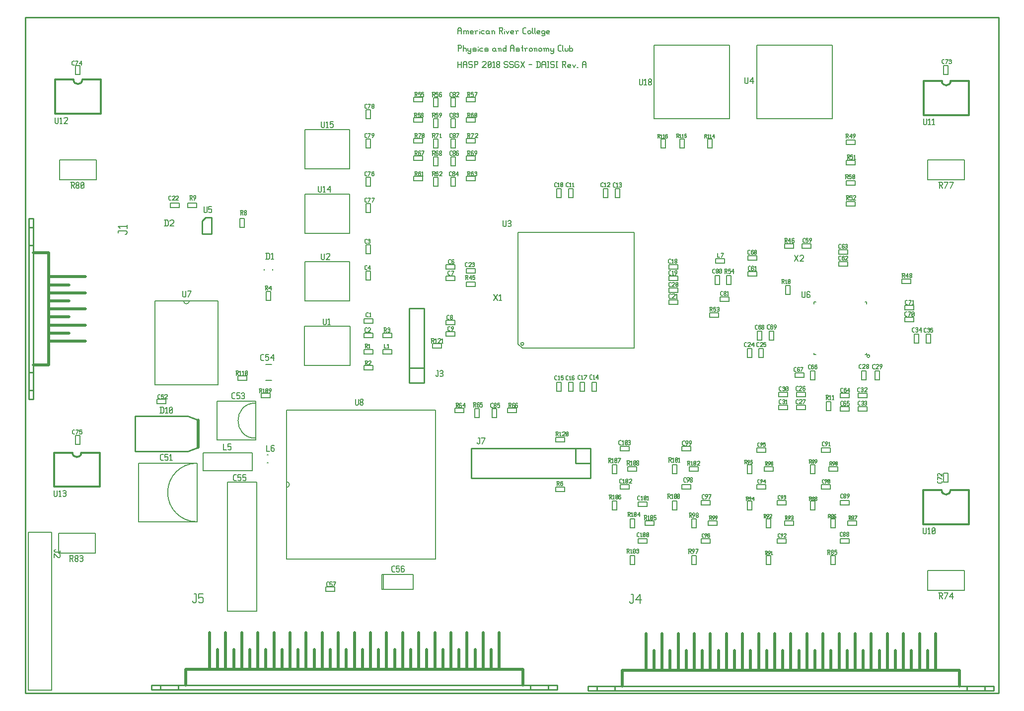
<source format=gbr>
G04 start of page 13 for group -4079 idx -4079 *
G04 Title: DAISI, topsilk *
G04 Creator: pcb 20140316 *
G04 CreationDate: Wed 18 Apr 2018 03:14:34 AM GMT UTC *
G04 For: afonsop *
G04 Format: Gerber/RS-274X *
G04 PCB-Dimensions (mil): 6540.00 4540.00 *
G04 PCB-Coordinate-Origin: lower left *
%MOIN*%
%FSLAX25Y25*%
%LNTOPSILK*%
%ADD181C,0.0060*%
%ADD180C,0.0098*%
%ADD179C,0.0200*%
%ADD178C,0.0118*%
%ADD177C,0.0061*%
%ADD176C,0.0080*%
%ADD175C,0.0050*%
%ADD174C,0.0100*%
G54D174*X0Y454000D02*Y260D01*
X653543D01*
Y454000D01*
X0D01*
G54D175*X290354Y446094D02*Y443094D01*
Y446094D02*X291054Y447094D01*
X292154D01*
X292854Y446094D01*
Y443094D01*
X290354Y445094D02*X292854D01*
X294554Y444594D02*Y443094D01*
Y444594D02*X295054Y445094D01*
X295554D01*
X296054Y444594D01*
Y443094D01*
Y444594D02*X296554Y445094D01*
X297054D01*
X297554Y444594D01*
Y443094D01*
X294054Y445094D02*X294554Y444594D01*
X299254Y443094D02*X300754D01*
X298754Y443594D02*X299254Y443094D01*
X298754Y444594D02*Y443594D01*
Y444594D02*X299254Y445094D01*
X300254D01*
X300754Y444594D01*
X298754Y444094D02*X300754D01*
Y444594D02*Y444094D01*
X302454Y444594D02*Y443094D01*
Y444594D02*X302954Y445094D01*
X303954D01*
X301954D02*X302454Y444594D01*
X305154Y446094D02*Y445994D01*
Y444594D02*Y443094D01*
X306654Y445094D02*X308154D01*
X306154Y444594D02*X306654Y445094D01*
X306154Y444594D02*Y443594D01*
X306654Y443094D01*
X308154D01*
X310854Y445094D02*X311354Y444594D01*
X309854Y445094D02*X310854D01*
X309354Y444594D02*X309854Y445094D01*
X309354Y444594D02*Y443594D01*
X309854Y443094D01*
X311354Y445094D02*Y443594D01*
X311854Y443094D01*
X309854D02*X310854D01*
X311354Y443594D01*
X313554Y444594D02*Y443094D01*
Y444594D02*X314054Y445094D01*
X314554D01*
X315054Y444594D01*
Y443094D01*
X313054Y445094D02*X313554Y444594D01*
X318054Y447094D02*X320054D01*
X320554Y446594D01*
Y445594D01*
X320054Y445094D02*X320554Y445594D01*
X318554Y445094D02*X320054D01*
X318554Y447094D02*Y443094D01*
X319354Y445094D02*X320554Y443094D01*
X321754Y446094D02*Y445994D01*
Y444594D02*Y443094D01*
X322754Y445094D02*X323754Y443094D01*
X324754Y445094D02*X323754Y443094D01*
X326454D02*X327954D01*
X325954Y443594D02*X326454Y443094D01*
X325954Y444594D02*Y443594D01*
Y444594D02*X326454Y445094D01*
X327454D01*
X327954Y444594D01*
X325954Y444094D02*X327954D01*
Y444594D02*Y444094D01*
X329654Y444594D02*Y443094D01*
Y444594D02*X330154Y445094D01*
X331154D01*
X329154D02*X329654Y444594D01*
X334854Y443094D02*X336154D01*
X334154Y443794D02*X334854Y443094D01*
X334154Y446394D02*Y443794D01*
Y446394D02*X334854Y447094D01*
X336154D01*
X337354Y444594D02*Y443594D01*
Y444594D02*X337854Y445094D01*
X338854D01*
X339354Y444594D01*
Y443594D01*
X338854Y443094D02*X339354Y443594D01*
X337854Y443094D02*X338854D01*
X337354Y443594D02*X337854Y443094D01*
X340554Y447094D02*Y443594D01*
X341054Y443094D01*
X342054Y447094D02*Y443594D01*
X342554Y443094D01*
X344054D02*X345554D01*
X343554Y443594D02*X344054Y443094D01*
X343554Y444594D02*Y443594D01*
Y444594D02*X344054Y445094D01*
X345054D01*
X345554Y444594D01*
X343554Y444094D02*X345554D01*
Y444594D02*Y444094D01*
X348254Y445094D02*X348754Y444594D01*
X347254Y445094D02*X348254D01*
X346754Y444594D02*X347254Y445094D01*
X346754Y444594D02*Y443594D01*
X347254Y443094D01*
X348254D01*
X348754Y443594D01*
X346754Y442094D02*X347254Y441594D01*
X348254D01*
X348754Y442094D01*
Y445094D02*Y442094D01*
X350454Y443094D02*X351954D01*
X349954Y443594D02*X350454Y443094D01*
X349954Y444594D02*Y443594D01*
Y444594D02*X350454Y445094D01*
X351454D01*
X351954Y444594D01*
X349954Y444094D02*X351954D01*
Y444594D02*Y444094D01*
X290854Y435283D02*Y431283D01*
X290354Y435283D02*X292354D01*
X292854Y434783D01*
Y433783D01*
X292354Y433283D02*X292854Y433783D01*
X290854Y433283D02*X292354D01*
X294054Y435283D02*Y431283D01*
Y432783D02*X294554Y433283D01*
X295554D01*
X296054Y432783D01*
Y431283D01*
X297254Y433283D02*Y431783D01*
X297754Y431283D01*
X299254Y433283D02*Y430283D01*
X298754Y429783D02*X299254Y430283D01*
X297754Y429783D02*X298754D01*
X297254Y430283D02*X297754Y429783D01*
Y431283D02*X298754D01*
X299254Y431783D01*
X300954Y431283D02*X302454D01*
X302954Y431783D01*
X302454Y432283D02*X302954Y431783D01*
X300954Y432283D02*X302454D01*
X300454Y432783D02*X300954Y432283D01*
X300454Y432783D02*X300954Y433283D01*
X302454D01*
X302954Y432783D01*
X300454Y431783D02*X300954Y431283D01*
X304154Y434283D02*Y434183D01*
Y432783D02*Y431283D01*
X305654Y433283D02*X307154D01*
X305154Y432783D02*X305654Y433283D01*
X305154Y432783D02*Y431783D01*
X305654Y431283D01*
X307154D01*
X308854D02*X310354D01*
X310854Y431783D01*
X310354Y432283D02*X310854Y431783D01*
X308854Y432283D02*X310354D01*
X308354Y432783D02*X308854Y432283D01*
X308354Y432783D02*X308854Y433283D01*
X310354D01*
X310854Y432783D01*
X308354Y431783D02*X308854Y431283D01*
X315354Y433283D02*X315854Y432783D01*
X314354Y433283D02*X315354D01*
X313854Y432783D02*X314354Y433283D01*
X313854Y432783D02*Y431783D01*
X314354Y431283D01*
X315854Y433283D02*Y431783D01*
X316354Y431283D01*
X314354D02*X315354D01*
X315854Y431783D01*
X318054Y432783D02*Y431283D01*
Y432783D02*X318554Y433283D01*
X319054D01*
X319554Y432783D01*
Y431283D01*
X317554Y433283D02*X318054Y432783D01*
X322754Y435283D02*Y431283D01*
X322254D02*X322754Y431783D01*
X321254Y431283D02*X322254D01*
X320754Y431783D02*X321254Y431283D01*
X320754Y432783D02*Y431783D01*
Y432783D02*X321254Y433283D01*
X322254D01*
X322754Y432783D01*
X325754Y434283D02*Y431283D01*
Y434283D02*X326454Y435283D01*
X327554D01*
X328254Y434283D01*
Y431283D01*
X325754Y433283D02*X328254D01*
X329954Y431283D02*X331454D01*
X331954Y431783D01*
X331454Y432283D02*X331954Y431783D01*
X329954Y432283D02*X331454D01*
X329454Y432783D02*X329954Y432283D01*
X329454Y432783D02*X329954Y433283D01*
X331454D01*
X331954Y432783D01*
X329454Y431783D02*X329954Y431283D01*
X333654Y435283D02*Y431783D01*
X334154Y431283D01*
X333154Y433783D02*X334154D01*
X335654Y432783D02*Y431283D01*
Y432783D02*X336154Y433283D01*
X337154D01*
X335154D02*X335654Y432783D01*
X338354D02*Y431783D01*
Y432783D02*X338854Y433283D01*
X339854D01*
X340354Y432783D01*
Y431783D01*
X339854Y431283D02*X340354Y431783D01*
X338854Y431283D02*X339854D01*
X338354Y431783D02*X338854Y431283D01*
X342054Y432783D02*Y431283D01*
Y432783D02*X342554Y433283D01*
X343054D01*
X343554Y432783D01*
Y431283D01*
X341554Y433283D02*X342054Y432783D01*
X344754D02*Y431783D01*
Y432783D02*X345254Y433283D01*
X346254D01*
X346754Y432783D01*
Y431783D01*
X346254Y431283D02*X346754Y431783D01*
X345254Y431283D02*X346254D01*
X344754Y431783D02*X345254Y431283D01*
X348454Y432783D02*Y431283D01*
Y432783D02*X348954Y433283D01*
X349454D01*
X349954Y432783D01*
Y431283D01*
Y432783D02*X350454Y433283D01*
X350954D01*
X351454Y432783D01*
Y431283D01*
X347954Y433283D02*X348454Y432783D01*
X352654Y433283D02*Y431783D01*
X353154Y431283D01*
X354654Y433283D02*Y430283D01*
X354154Y429783D02*X354654Y430283D01*
X353154Y429783D02*X354154D01*
X352654Y430283D02*X353154Y429783D01*
Y431283D02*X354154D01*
X354654Y431783D01*
X358354Y431283D02*X359654D01*
X357654Y431983D02*X358354Y431283D01*
X357654Y434583D02*Y431983D01*
Y434583D02*X358354Y435283D01*
X359654D01*
X360854D02*Y431783D01*
X361354Y431283D01*
X362354Y433283D02*Y431783D01*
X362854Y431283D01*
X363854D01*
X364354Y431783D01*
Y433283D02*Y431783D01*
X365554Y435283D02*Y431283D01*
Y431783D02*X366054Y431283D01*
X367054D01*
X367554Y431783D01*
Y432783D02*Y431783D01*
X367054Y433283D02*X367554Y432783D01*
X366054Y433283D02*X367054D01*
X365554Y432783D02*X366054Y433283D01*
X290354Y424457D02*Y420457D01*
X292854Y424457D02*Y420457D01*
X290354Y422457D02*X292854D01*
X294054Y423457D02*Y420457D01*
Y423457D02*X294754Y424457D01*
X295854D01*
X296554Y423457D01*
Y420457D01*
X294054Y422457D02*X296554D01*
X299754Y424457D02*X300254Y423957D01*
X298254Y424457D02*X299754D01*
X297754Y423957D02*X298254Y424457D01*
X297754Y423957D02*Y422957D01*
X298254Y422457D01*
X299754D01*
X300254Y421957D01*
Y420957D01*
X299754Y420457D02*X300254Y420957D01*
X298254Y420457D02*X299754D01*
X297754Y420957D02*X298254Y420457D01*
X301954Y424457D02*Y420457D01*
X301454Y424457D02*X303454D01*
X303954Y423957D01*
Y422957D01*
X303454Y422457D02*X303954Y422957D01*
X301954Y422457D02*X303454D01*
X306954Y423957D02*X307454Y424457D01*
X308954D01*
X309454Y423957D01*
Y422957D01*
X306954Y420457D02*X309454Y422957D01*
X306954Y420457D02*X309454D01*
X310654Y420957D02*X311154Y420457D01*
X310654Y423957D02*Y420957D01*
Y423957D02*X311154Y424457D01*
X312154D01*
X312654Y423957D01*
Y420957D01*
X312154Y420457D02*X312654Y420957D01*
X311154Y420457D02*X312154D01*
X310654Y421457D02*X312654Y423457D01*
X313854Y423657D02*X314654Y424457D01*
Y420457D01*
X313854D02*X315354D01*
X316554Y420957D02*X317054Y420457D01*
X316554Y421757D02*Y420957D01*
Y421757D02*X317254Y422457D01*
X317854D01*
X318554Y421757D01*
Y420957D01*
X318054Y420457D02*X318554Y420957D01*
X317054Y420457D02*X318054D01*
X316554Y423157D02*X317254Y422457D01*
X316554Y423957D02*Y423157D01*
Y423957D02*X317054Y424457D01*
X318054D01*
X318554Y423957D01*
Y423157D01*
X317854Y422457D02*X318554Y423157D01*
X323554Y424457D02*X324054Y423957D01*
X322054Y424457D02*X323554D01*
X321554Y423957D02*X322054Y424457D01*
X321554Y423957D02*Y422957D01*
X322054Y422457D01*
X323554D01*
X324054Y421957D01*
Y420957D01*
X323554Y420457D02*X324054Y420957D01*
X322054Y420457D02*X323554D01*
X321554Y420957D02*X322054Y420457D01*
X327254Y424457D02*X327754Y423957D01*
X325754Y424457D02*X327254D01*
X325254Y423957D02*X325754Y424457D01*
X325254Y423957D02*Y422957D01*
X325754Y422457D01*
X327254D01*
X327754Y421957D01*
Y420957D01*
X327254Y420457D02*X327754Y420957D01*
X325754Y420457D02*X327254D01*
X325254Y420957D02*X325754Y420457D01*
X330954Y424457D02*X331454Y423957D01*
X329454Y424457D02*X330954D01*
X328954Y423957D02*X329454Y424457D01*
X328954Y423957D02*Y420957D01*
X329454Y420457D01*
X330954D01*
X331454Y420957D01*
Y421957D02*Y420957D01*
X330954Y422457D02*X331454Y421957D01*
X329954Y422457D02*X330954D01*
X332654Y420457D02*X335154Y424457D01*
X332654D02*X335154Y420457D01*
X338154Y422457D02*X340154D01*
X343654Y424457D02*Y420457D01*
X344954Y424457D02*X345654Y423757D01*
Y421157D01*
X344954Y420457D02*X345654Y421157D01*
X343154Y420457D02*X344954D01*
X343154Y424457D02*X344954D01*
X346854Y423457D02*Y420457D01*
Y423457D02*X347554Y424457D01*
X348654D01*
X349354Y423457D01*
Y420457D01*
X346854Y422457D02*X349354D01*
X350554Y424457D02*X351554D01*
X351054D02*Y420457D01*
X350554D02*X351554D01*
X354754Y424457D02*X355254Y423957D01*
X353254Y424457D02*X354754D01*
X352754Y423957D02*X353254Y424457D01*
X352754Y423957D02*Y422957D01*
X353254Y422457D01*
X354754D01*
X355254Y421957D01*
Y420957D01*
X354754Y420457D02*X355254Y420957D01*
X353254Y420457D02*X354754D01*
X352754Y420957D02*X353254Y420457D01*
X356454Y424457D02*X357454D01*
X356954D02*Y420457D01*
X356454D02*X357454D01*
X360454Y424457D02*X362454D01*
X362954Y423957D01*
Y422957D01*
X362454Y422457D02*X362954Y422957D01*
X360954Y422457D02*X362454D01*
X360954Y424457D02*Y420457D01*
X361754Y422457D02*X362954Y420457D01*
X364654D02*X366154D01*
X364154Y420957D02*X364654Y420457D01*
X364154Y421957D02*Y420957D01*
Y421957D02*X364654Y422457D01*
X365654D01*
X366154Y421957D01*
X364154Y421457D02*X366154D01*
Y421957D02*Y421457D01*
X367354Y422457D02*X368354Y420457D01*
X369354Y422457D02*X368354Y420457D01*
X370554D02*X371054D01*
X374054Y423457D02*Y420457D01*
Y423457D02*X374754Y424457D01*
X375854D01*
X376554Y423457D01*
Y420457D01*
X374054Y422457D02*X376554D01*
G54D176*X330786Y309876D02*Y234836D01*
Y309876D02*X408726D01*
Y231936D01*
X333686D02*X408726D01*
X333686D02*X330786Y234836D01*
X333686Y233836D02*G75*G03X333686Y233836I0J1000D01*G01*
G54D175*X432039Y288177D02*X438039D01*
Y285177D01*
X432039D02*X438039D01*
X432039Y288177D02*Y285177D01*
Y280303D02*X438039D01*
Y277303D01*
X432039D02*X438039D01*
X432039Y280303D02*Y277303D01*
Y272429D02*X438039D01*
Y269429D01*
X432039D02*X438039D01*
X432039Y272429D02*Y269429D01*
Y264555D02*X438039D01*
Y261555D01*
X432039D02*X438039D01*
X432039Y264555D02*Y261555D01*
X364642Y338890D02*Y332890D01*
Y338890D02*X367642D01*
Y332890D01*
X364642D02*X367642D01*
X356768Y338890D02*Y332890D01*
Y338890D02*X359768D01*
Y332890D01*
X356768D02*X359768D01*
X396138Y338890D02*Y332890D01*
Y338890D02*X399138D01*
Y332890D01*
X396138D02*X399138D01*
X388264Y338890D02*Y332890D01*
Y338890D02*X391264D01*
Y332890D01*
X388264D02*X391264D01*
X372516Y208969D02*Y202969D01*
Y208969D02*X375516D01*
Y202969D01*
X372516D02*X375516D01*
X380390Y208969D02*Y202969D01*
Y208969D02*X383390D01*
Y202969D01*
X380390D02*X383390D01*
X356252Y138571D02*X362252D01*
Y135571D01*
X356252D02*X362252D01*
X356252Y138571D02*Y135571D01*
X356768Y208969D02*Y202969D01*
Y208969D02*X359768D01*
Y202969D01*
X356768D02*X359768D01*
X356252Y172035D02*X362252D01*
Y169035D01*
X356252D01*
Y172035D01*
X364642Y208969D02*Y202969D01*
Y208969D02*X367642D01*
Y202969D01*
X364642D02*X367642D01*
G54D174*X299488Y164866D02*X379488D01*
X299488D02*Y144866D01*
X379488D01*
Y164866D02*Y144866D01*
X369488Y164866D02*Y154866D01*
X379488D01*
G54D177*X564961Y228854D02*Y227622D01*
X563728D02*X564961D01*
Y263055D02*Y261823D01*
X563728Y263055D02*X564961D01*
X529528Y227622D02*X530760D01*
X529528Y228854D02*Y227622D01*
Y263055D02*X530760D01*
X529528D02*Y261823D01*
X566929Y226638D02*G75*G03X566929Y226638I-984J0D01*G01*
G54D175*X590504Y252744D02*X596504D01*
Y249744D01*
X590504D02*X596504D01*
X590504Y252744D02*Y249744D01*
X588535Y275335D02*X594535D01*
X588535Y278335D02*Y275335D01*
Y278335D02*X594535D01*
Y275335D01*
X590504Y260618D02*X596504D01*
Y257618D01*
X590504D02*X596504D01*
X590504Y260618D02*Y257618D01*
X513311Y273929D02*Y267929D01*
X510311D02*X513311D01*
X510311Y273929D02*Y267929D01*
Y273929D02*X513311D01*
X509795Y301957D02*X515795D01*
Y298957D01*
X509795D01*
Y301957D01*
X521606Y298957D02*X527606D01*
X521606Y301957D02*Y298957D01*
Y301957D02*X527606D01*
Y298957D01*
X546213Y290146D02*X552213D01*
Y287146D01*
X546213D02*X552213D01*
X546213Y290146D02*Y287146D01*
Y298020D02*X552213D01*
Y295020D01*
X546213D02*X552213D01*
X546213Y298020D02*Y295020D01*
X607799Y241449D02*Y235449D01*
X604799D02*X607799D01*
X604799Y241449D02*Y235449D01*
Y241449D02*X607799D01*
X599925D02*Y235449D01*
X596925D02*X599925D01*
X596925Y241449D02*Y235449D01*
Y241449D02*X599925D01*
X551134Y368839D02*X557134D01*
X551134Y371839D02*Y368839D01*
Y371839D02*X557134D01*
Y368839D01*
X551134Y355059D02*X557134D01*
X551134Y358059D02*Y355059D01*
Y358059D02*X557134D01*
Y355059D01*
X551134Y327500D02*X557134D01*
X551134Y330500D02*Y327500D01*
Y330500D02*X557134D01*
Y327500D01*
X551134Y341280D02*X557134D01*
X551134Y344280D02*Y341280D01*
Y344280D02*X557134D01*
Y341280D01*
X616610Y421567D02*Y415567D01*
Y421567D02*X619610D01*
Y415567D01*
X616610D02*X619610D01*
G54D178*X603004Y411378D02*X615307D01*
X621213D02*X633516D01*
Y388543D01*
X603004D01*
Y411378D01*
X615307D02*G75*G03X621213Y411378I2953J0D01*G01*
G54D177*X630512Y358331D02*Y344945D01*
X605709Y358331D02*Y344945D01*
Y358331D02*X630512D01*
X605709Y344945D02*X630512D01*
X491142Y435496D02*Y386087D01*
X541732Y435496D02*Y386087D01*
X491142D02*X541732D01*
X491142Y435496D02*X541732D01*
G54D175*X459598Y252697D02*X465598D01*
X459598Y255697D02*Y252697D01*
Y255697D02*X465598D01*
Y252697D01*
X487720Y231606D02*Y225606D01*
X484720D02*X487720D01*
X484720Y231606D02*Y225606D01*
Y231606D02*X487720D01*
X495594D02*Y225606D01*
X492594D02*X495594D01*
X492594Y231606D02*Y225606D01*
Y231606D02*X495594D01*
X502484Y243417D02*Y237417D01*
X499484D02*X502484D01*
X499484Y243417D02*Y237417D01*
Y243417D02*X502484D01*
X494610D02*Y237417D01*
X491610D02*X494610D01*
X491610Y243417D02*Y237417D01*
Y243417D02*X494610D01*
X463535Y289114D02*X469535D01*
X463535Y292114D02*Y289114D01*
Y292114D02*X469535D01*
Y289114D01*
X466067Y280819D02*Y274819D01*
X463067D02*X466067D01*
X463067Y280819D02*Y274819D01*
Y280819D02*X466067D01*
X470941D02*Y274819D01*
Y280819D02*X473941D01*
Y274819D01*
X470941D02*X473941D01*
X485189Y283256D02*X491189D01*
Y280256D01*
X485189D02*X491189D01*
X485189Y283256D02*Y280256D01*
Y294083D02*X491189D01*
Y291083D01*
X485189D02*X491189D01*
X485189Y294083D02*Y291083D01*
X466488Y263524D02*X472488D01*
X466488Y266524D02*Y263524D01*
Y266524D02*X472488D01*
Y263524D01*
X461146Y372354D02*Y366354D01*
X458146D02*X461146D01*
X458146Y372354D02*Y366354D01*
Y372354D02*X461146D01*
X442445D02*Y366354D01*
X439445D02*X442445D01*
X439445Y372354D02*Y366354D01*
Y372354D02*X442445D01*
X429650D02*Y366354D01*
X426650D02*X429650D01*
X426650Y372354D02*Y366354D01*
Y372354D02*X429650D01*
G54D177*X422244Y435496D02*Y386087D01*
X472835Y435496D02*Y386087D01*
X422244D02*X472835D01*
X422244Y435496D02*X472835D01*
G54D175*X539323Y152350D02*X545323D01*
Y149350D01*
X539323D01*
Y152350D01*
X540870Y196173D02*Y190173D01*
X537870D02*X540870D01*
X537870Y196173D02*Y190173D01*
Y196173D02*X540870D01*
X547197Y192705D02*X553197D01*
Y189705D01*
X547197D02*X553197D01*
X547197Y192705D02*Y189705D01*
X559008D02*X565008D01*
X559008Y192705D02*Y189705D01*
Y192705D02*X565008D01*
Y189705D01*
X517669Y190689D02*X523669D01*
X517669Y193689D02*Y190689D01*
Y193689D02*X523669D01*
Y190689D01*
X505858D02*X511858D01*
X505858Y193689D02*Y190689D01*
Y193689D02*X511858D01*
Y190689D01*
X559008Y198563D02*X565008D01*
X559008Y201563D02*Y198563D01*
Y201563D02*X565008D01*
Y198563D01*
X547197Y201563D02*X553197D01*
Y198563D01*
X547197D02*X553197D01*
X547197Y201563D02*Y198563D01*
X517669Y199547D02*X523669D01*
X517669Y202547D02*Y199547D01*
Y202547D02*X523669D01*
Y199547D01*
X505858D02*X511858D01*
X505858Y202547D02*Y199547D01*
Y202547D02*X511858D01*
Y199547D01*
X564492Y216843D02*Y210843D01*
X561492D02*X564492D01*
X561492Y216843D02*Y210843D01*
Y216843D02*X564492D01*
X530043D02*Y210843D01*
X527043D02*X530043D01*
X527043Y216843D02*Y210843D01*
Y216843D02*X530043D01*
X516685Y212343D02*X522685D01*
X516685Y215343D02*Y212343D01*
Y215343D02*X522685D01*
Y212343D01*
X573350Y216843D02*Y210843D01*
X570350D02*X573350D01*
X570350Y216843D02*Y210843D01*
Y216843D02*X573350D01*
G54D177*X87008Y263744D02*Y207248D01*
X129528Y263744D02*Y207248D01*
X87008D02*X129528D01*
X87008Y263744D02*X129528D01*
X106299D02*G75*G03X110236Y263744I1969J0D01*G01*
G54D175*X164886Y269992D02*Y263992D01*
X161886D02*X164886D01*
X161886Y269992D02*Y263992D01*
Y269992D02*X164886D01*
X142669Y210374D02*X148669D01*
X142669Y213374D02*Y210374D01*
Y213374D02*X148669D01*
Y210374D01*
X158417Y198563D02*X164417D01*
X158417Y201563D02*Y198563D01*
Y201563D02*X164417D01*
Y198563D01*
X273575Y235028D02*X279575D01*
Y232028D01*
X273575D01*
Y235028D01*
G54D176*X161418Y221125D02*X165354D01*
X161418Y210497D02*X165354D01*
G54D175*X201724Y68642D02*X207724D01*
X201724Y71642D02*Y68642D01*
Y71642D02*X207724D01*
Y68642D01*
G54D177*X175394Y90417D02*X275394D01*
X175394Y190417D02*X275394D01*
Y90417D01*
X175394Y190417D02*Y90417D01*
Y138449D02*G75*G03X175394Y142386I0J1969D01*G01*
G54D176*X239594Y80063D02*Y70063D01*
X260594D01*
Y80063D01*
X239594D01*
X240594D02*Y70063D01*
G54D175*X228815Y283772D02*Y277772D01*
Y283772D02*X231815D01*
Y277772D01*
X228815D02*X231815D01*
X228815Y301488D02*Y295488D01*
Y301488D02*X231815D01*
Y295488D01*
X228815D02*X231815D01*
G54D177*X187303Y220339D02*X218209D01*
X187303Y246717D02*X218209D01*
Y220339D01*
X187303Y246717D02*Y220339D01*
X187697Y352228D02*X217815D01*
X187697Y378606D02*X217815D01*
Y352228D01*
X187697Y378606D02*Y352228D01*
Y308921D02*X217815D01*
X187697Y335299D02*X217815D01*
Y308921D01*
X187697Y335299D02*Y308921D01*
Y263646D02*X217815D01*
X187697Y290024D02*X217815D01*
Y263646D01*
X187697Y290024D02*Y263646D01*
G54D175*X228815Y329047D02*Y323047D01*
Y329047D02*X231815D01*
Y323047D01*
X228815D02*X231815D01*
X228815Y346764D02*Y340764D01*
Y346764D02*X231815D01*
Y340764D01*
X228815D02*X231815D01*
X228815Y372354D02*Y366354D01*
Y372354D02*X231815D01*
Y366354D01*
X228815D02*X231815D01*
X227315Y248760D02*X233315D01*
X227315Y251760D02*Y248760D01*
Y251760D02*X233315D01*
Y248760D01*
X240110Y241917D02*X246110D01*
Y238917D01*
X240110D01*
Y241917D01*
Y231091D02*X246110D01*
Y228091D01*
X240110D01*
Y231091D01*
X227315Y241917D02*X233315D01*
Y238917D01*
X227315D02*X233315D01*
X227315Y241917D02*Y238917D01*
Y217264D02*X233315D01*
X227315Y220264D02*Y217264D01*
Y220264D02*X233315D01*
Y217264D01*
X227315Y231091D02*X233315D01*
Y228091D01*
X227315D01*
Y231091D01*
X282433Y280303D02*X288433D01*
Y277303D01*
X282433D02*X288433D01*
X282433Y280303D02*Y277303D01*
Y288177D02*X288433D01*
Y285177D01*
X282433D02*X288433D01*
X282433Y288177D02*Y285177D01*
Y242902D02*X288433D01*
Y239902D01*
X282433D02*X288433D01*
X282433Y242902D02*Y239902D01*
Y250776D02*X288433D01*
Y247776D01*
X282433D02*X288433D01*
X282433Y250776D02*Y247776D01*
G54D174*X267795Y258843D02*Y208843D01*
X257795Y258843D02*X267795D01*
X257795D02*Y208843D01*
X267795D01*
X257795Y218843D02*X267795D01*
X257795D02*Y208843D01*
G54D175*X323772Y188720D02*X329772D01*
X323772Y191720D02*Y188720D01*
Y191720D02*X329772D01*
Y188720D01*
X313461Y191252D02*Y185252D01*
Y191252D02*X316461D01*
Y185252D01*
X313461D02*X316461D01*
X301650Y191252D02*Y185252D01*
Y191252D02*X304650D01*
Y185252D01*
X301650D02*X304650D01*
X288339Y188720D02*X294339D01*
X288339Y191720D02*Y188720D01*
Y191720D02*X294339D01*
Y188720D01*
X296213Y285224D02*X302213D01*
Y282224D01*
X296213D02*X302213D01*
X296213Y285224D02*Y282224D01*
Y276366D02*X302213D01*
Y273366D01*
X296213D02*X302213D01*
X296213Y276366D02*Y273366D01*
Y383602D02*X302213D01*
X296213Y386602D02*Y383602D01*
Y386602D02*X302213D01*
Y383602D01*
X285902Y386134D02*Y380134D01*
Y386134D02*X288902D01*
Y380134D01*
X285902D02*X288902D01*
X274091Y386134D02*Y380134D01*
Y386134D02*X277091D01*
Y380134D01*
X274091D02*X277091D01*
X296213Y397382D02*X302213D01*
X296213Y400382D02*Y397382D01*
Y400382D02*X302213D01*
Y397382D01*
X285902Y399913D02*Y393913D01*
Y399913D02*X288902D01*
Y393913D01*
X285902D02*X288902D01*
X274091Y399913D02*Y393913D01*
Y399913D02*X277091D01*
Y393913D01*
X274091D02*X277091D01*
X260780Y397382D02*X266780D01*
X260780Y400382D02*Y397382D01*
Y400382D02*X266780D01*
Y397382D01*
X260780Y383602D02*X266780D01*
X260780Y386602D02*Y383602D01*
Y386602D02*X266780D01*
Y383602D01*
X296213Y369823D02*X302213D01*
X296213Y372823D02*Y369823D01*
Y372823D02*X302213D01*
Y369823D01*
X285902Y372354D02*Y366354D01*
Y372354D02*X288902D01*
Y366354D01*
X285902D02*X288902D01*
X274091Y372354D02*Y366354D01*
Y372354D02*X277091D01*
Y366354D01*
X274091D02*X277091D01*
X296213Y358012D02*X302213D01*
X296213Y361012D02*Y358012D01*
Y361012D02*X302213D01*
Y358012D01*
X260780Y369823D02*X266780D01*
X260780Y372823D02*Y369823D01*
Y372823D02*X266780D01*
Y369823D01*
X260780Y358012D02*X266780D01*
X260780Y361012D02*Y358012D01*
Y361012D02*X266780D01*
Y358012D01*
X260780Y344232D02*X266780D01*
X260780Y347232D02*Y344232D01*
Y347232D02*X266780D01*
Y344232D01*
X285902Y360543D02*Y354543D01*
Y360543D02*X288902D01*
Y354543D01*
X285902D02*X288902D01*
X296213Y344232D02*X302213D01*
X296213Y347232D02*Y344232D01*
Y347232D02*X302213D01*
Y344232D01*
X285902Y346764D02*Y340764D01*
Y346764D02*X288902D01*
Y340764D01*
X285902D02*X288902D01*
X274091Y360543D02*Y354543D01*
Y360543D02*X277091D01*
Y354543D01*
X274091D02*X277091D01*
X274091Y346764D02*Y340764D01*
Y346764D02*X277091D01*
Y340764D01*
X274091D02*X277091D01*
G54D177*X630512Y82740D02*Y69354D01*
X605709Y82740D02*Y69354D01*
Y82740D02*X630512D01*
X605709Y69354D02*X630512D01*
G54D175*X616610Y147945D02*Y141945D01*
Y147945D02*X619610D01*
Y141945D01*
X616610D02*X619610D01*
G54D178*X602854Y136677D02*X615157D01*
X621063D02*X633366D01*
Y113843D01*
X602854D01*
Y136677D01*
X615157D02*G75*G03X621063Y136677I2953J0D01*G01*
G54D175*X404480Y152350D02*X410480D01*
Y149350D01*
X404480D01*
Y152350D01*
X399559Y166130D02*X405559D01*
Y163130D01*
X399559D01*
Y166130D01*
X397169Y153850D02*Y147850D01*
X394169D02*X397169D01*
X394169Y153850D02*Y147850D01*
Y153850D02*X397169D01*
X399559Y140539D02*X405559D01*
Y137539D01*
X399559D01*
Y140539D01*
X437524Y153850D02*Y147850D01*
X434524D02*X437524D01*
X434524Y153850D02*Y147850D01*
Y153850D02*X437524D01*
Y129244D02*Y123244D01*
X434524D02*X437524D01*
X434524Y129244D02*Y123244D01*
Y129244D02*X437524D01*
X397169D02*Y123244D01*
X394169D02*X397169D01*
X394169Y129244D02*Y123244D01*
Y129244D02*X397169D01*
X408980Y117433D02*Y111433D01*
X405980D02*X408980D01*
X405980Y117433D02*Y111433D01*
Y117433D02*X408980D01*
Y92827D02*Y86827D01*
X405980D02*X408980D01*
X405980Y92827D02*Y86827D01*
Y92827D02*X408980D01*
X416291Y115933D02*X422291D01*
Y112933D01*
X416291D01*
Y115933D01*
X411370Y104122D02*X417370D01*
Y101122D01*
X411370D01*
Y104122D01*
Y128728D02*X417370D01*
Y125728D01*
X411370D02*X417370D01*
X411370Y128728D02*Y125728D01*
X445819Y152350D02*X451819D01*
Y149350D01*
X445819D01*
Y152350D01*
X440898Y166130D02*X446898D01*
Y163130D01*
X440898D01*
Y166130D01*
Y140539D02*X446898D01*
Y137539D01*
X440898D01*
Y140539D01*
X453693Y129713D02*X459693D01*
Y126713D01*
X453693D01*
Y129713D01*
X458614Y115933D02*X464614D01*
Y112933D01*
X458614D01*
Y115933D01*
X453693Y104122D02*X459693D01*
Y101122D01*
X453693D01*
Y104122D01*
X450319Y92827D02*Y86827D01*
X447319D02*X450319D01*
X447319Y92827D02*Y86827D01*
Y92827D02*X450319D01*
Y117433D02*Y111433D01*
X447319D02*X450319D01*
X447319Y117433D02*Y111433D01*
Y117433D02*X450319D01*
X487720Y153850D02*Y147850D01*
X484720D02*X487720D01*
X484720Y153850D02*Y147850D01*
Y153850D02*X487720D01*
Y129244D02*Y123244D01*
X484720D02*X487720D01*
X484720Y129244D02*Y123244D01*
Y129244D02*X487720D01*
X491094Y165146D02*X497094D01*
Y162146D01*
X491094D01*
Y165146D01*
Y140539D02*X497094D01*
Y137539D01*
X491094D01*
Y140539D01*
X496016Y152350D02*X502016D01*
Y149350D01*
X496016D01*
Y152350D01*
X500516Y92827D02*Y86827D01*
X497516D02*X500516D01*
X497516Y92827D02*Y86827D01*
Y92827D02*X500516D01*
Y117433D02*Y111433D01*
X497516D02*X500516D01*
X497516Y117433D02*Y111433D01*
Y117433D02*X500516D01*
X552118Y115933D02*X558118D01*
Y112933D01*
X552118D01*
Y115933D01*
X504874Y129713D02*X510874D01*
Y126713D01*
X504874D01*
Y129713D01*
Y104122D02*X510874D01*
Y101122D01*
X504874D01*
Y104122D01*
X543823Y92827D02*Y86827D01*
X540823D02*X543823D01*
X540823Y92827D02*Y86827D01*
Y92827D02*X543823D01*
X547197Y104122D02*X553197D01*
Y101122D01*
X547197D01*
Y104122D01*
G54D174*X377764Y5146D02*Y2146D01*
Y5146D02*X650164D01*
Y2146D01*
X377764D02*X650164D01*
X383764Y5146D02*Y2146D01*
X395764Y5146D02*Y2146D01*
X644164Y5146D02*Y2146D01*
X632164Y5146D02*Y2146D01*
G54D179*X400764Y15646D02*Y5146D01*
Y15646D02*X627164D01*
Y5146D01*
G54D174*X400764D02*X627164D01*
G54D179*X611164Y40246D02*Y15646D01*
X600364Y40246D02*Y15646D01*
X589564Y40246D02*Y15646D01*
X578764Y40246D02*Y15646D01*
X567964Y40246D02*Y15646D01*
X557164Y40246D02*Y15646D01*
X546364Y40246D02*Y15646D01*
X535564Y40246D02*Y15646D01*
X524764Y40246D02*Y15646D01*
X513964Y40246D02*Y15646D01*
X503164Y40246D02*Y15646D01*
X492364Y40246D02*Y15646D01*
X481564Y40246D02*Y15646D01*
X470764Y40246D02*Y15646D01*
X459964Y40246D02*Y15646D01*
X449164Y40246D02*Y15646D01*
X438364Y40246D02*Y15646D01*
X427564Y40246D02*Y15646D01*
X416764Y40246D02*Y15646D01*
X605764Y29046D02*Y15646D01*
X594964Y29046D02*Y15646D01*
X584164Y29046D02*Y15646D01*
X573364Y29046D02*Y15646D01*
X562564Y29046D02*Y15646D01*
X551764Y29046D02*Y15646D01*
X540964Y29046D02*Y15646D01*
X530164Y29046D02*Y15646D01*
X519364Y29046D02*Y15646D01*
X508564Y29046D02*Y15646D01*
X497764Y29046D02*Y15646D01*
X486964Y29046D02*Y15646D01*
X476164Y29046D02*Y15646D01*
X465364Y29046D02*Y15646D01*
X454564Y29046D02*Y15646D01*
X443764Y29046D02*Y15646D01*
X432964Y29046D02*Y15646D01*
X422164Y29046D02*Y15646D01*
G54D175*X534402Y165146D02*X540402D01*
Y162146D01*
X534402D01*
Y165146D01*
X530043Y129244D02*Y123244D01*
X527043D02*X530043D01*
X527043Y129244D02*Y123244D01*
Y129244D02*X530043D01*
Y153850D02*Y147850D01*
X527043D02*X530043D01*
X527043Y153850D02*Y147850D01*
Y153850D02*X530043D01*
X509795Y115933D02*X515795D01*
Y112933D01*
X509795D01*
Y115933D01*
X534402Y140539D02*X540402D01*
Y137539D01*
X534402D01*
Y140539D01*
X543823Y117433D02*Y111433D01*
X540823D02*X543823D01*
X540823Y117433D02*Y111433D01*
Y117433D02*X543823D01*
X547197Y129713D02*X553197D01*
Y126713D01*
X547197D01*
Y129713D01*
X228815Y392039D02*Y386039D01*
Y392039D02*X231815D01*
Y386039D01*
X228815D02*X231815D01*
G54D176*X160631Y285102D02*Y284316D01*
X166141Y285102D02*Y284316D01*
G54D175*X97394Y329516D02*X103394D01*
Y326516D01*
X97394D02*X103394D01*
X97394Y329516D02*Y326516D01*
X109205Y329516D02*X115205D01*
Y326516D01*
X109205D01*
Y329516D01*
X144169Y319205D02*Y313205D01*
Y319205D02*X147169D01*
Y313205D01*
X144169D02*X147169D01*
G54D180*X118897Y317386D02*X118898D01*
X118897Y308724D02*Y317386D01*
X125197Y308724D02*X118897D01*
X125197Y319748D02*Y308724D01*
X121260Y319748D02*X125197D01*
X118898Y317386D02*X121260Y319748D01*
G54D175*X33933Y421567D02*Y415567D01*
Y421567D02*X36933D01*
Y415567D01*
X33933D02*X36933D01*
G54D178*X20177Y412268D02*X32480D01*
X38386D02*X50689D01*
Y389433D01*
X20177D01*
Y412268D01*
X32480D02*G75*G03X38386Y412268I2953J0D01*G01*
G54D177*X47835Y358331D02*Y344945D01*
X23031Y358331D02*Y344945D01*
Y358331D02*X47835D01*
X23031Y344945D02*X47835D01*
G54D174*X84805Y5824D02*Y2824D01*
Y5824D02*X357205D01*
Y2824D01*
X84805D02*X357205D01*
X90805Y5824D02*Y2824D01*
X102805Y5824D02*Y2824D01*
X351205Y5824D02*Y2824D01*
X339205Y5824D02*Y2824D01*
G54D179*X107805Y16324D02*Y5824D01*
Y16324D02*X334205D01*
Y5824D01*
G54D174*X107805D02*X334205D01*
G54D179*X318205Y40924D02*Y16324D01*
X307405Y40924D02*Y16324D01*
X296605Y40924D02*Y16324D01*
X285805Y40924D02*Y16324D01*
X275005Y40924D02*Y16324D01*
X264205Y40924D02*Y16324D01*
X253405Y40924D02*Y16324D01*
X242605Y40924D02*Y16324D01*
X231805Y40924D02*Y16324D01*
X221005Y40924D02*Y16324D01*
X210205Y40924D02*Y16324D01*
X199405Y40924D02*Y16324D01*
X188605Y40924D02*Y16324D01*
X177805Y40924D02*Y16324D01*
X167005Y40924D02*Y16324D01*
X156205Y40924D02*Y16324D01*
X145405Y40924D02*Y16324D01*
X134605Y40924D02*Y16324D01*
X123805Y40924D02*Y16324D01*
X312805Y29724D02*Y16324D01*
X302005Y29724D02*Y16324D01*
X291205Y29724D02*Y16324D01*
X280405Y29724D02*Y16324D01*
X269605Y29724D02*Y16324D01*
X258805Y29724D02*Y16324D01*
X248005Y29724D02*Y16324D01*
X237205Y29724D02*Y16324D01*
X226405Y29724D02*Y16324D01*
X215605Y29724D02*Y16324D01*
X204805Y29724D02*Y16324D01*
X194005Y29724D02*Y16324D01*
X183205Y29724D02*Y16324D01*
X172405Y29724D02*Y16324D01*
X161605Y29724D02*Y16324D01*
X150805Y29724D02*Y16324D01*
X140005Y29724D02*Y16324D01*
X129205Y29724D02*Y16324D01*
G54D175*X33933Y173535D02*Y167535D01*
Y173535D02*X36933D01*
Y167535D01*
X33933D02*X36933D01*
G54D174*X2453Y318917D02*X5453D01*
Y197717D01*
X2453D01*
Y318917D01*
Y312917D02*X5453D01*
X2453Y300917D02*X5453D01*
X2453Y203717D02*X5453D01*
X2453Y215717D02*X5453D01*
G54D179*Y295917D02*X15953D01*
Y220717D01*
X5453D01*
G54D174*Y295917D01*
G54D179*X40553Y236717D02*X15953D01*
X40553Y247517D02*X15953D01*
X40553Y258317D02*X15953D01*
X40553Y269117D02*X15953D01*
X40553Y279917D02*X15953D01*
X29353Y242117D02*X15953D01*
X29353Y252917D02*X15953D01*
X29353Y263717D02*X15953D01*
X29353Y274517D02*X15953D01*
G54D178*X19457Y161807D02*X31760D01*
X37665D02*X49969D01*
Y138972D01*
X19457D01*
Y161807D01*
X31760D02*G75*G03X37665Y161807I2953J0D01*G01*
G54D177*X47114Y107870D02*Y94484D01*
X22311Y107870D02*Y94484D01*
Y107870D02*X47114D01*
X22311Y94484D02*X47114D01*
G54D175*X88535Y197626D02*X94535D01*
Y194626D01*
X88535D02*X94535D01*
X88535Y197626D02*Y194626D01*
G54D176*X162403Y160495D02*X163189D01*
X162403Y154985D02*X163189D01*
G54D177*X128740Y196323D02*X154724D01*
X128740Y170339D02*X154724D01*
X128740Y196323D02*Y170339D01*
X154724Y196323D02*Y170339D01*
Y195142D02*G75*G03X154724Y171520I0J-11811D01*G01*
X119488Y161677D02*Y149866D01*
X152559Y161677D02*Y149866D01*
X119488D02*X152559D01*
X119488Y161677D02*X152559D01*
X136024D02*G75*G03X136024Y161677I0J0D01*G01*
G54D179*X116188Y183672D02*Y165272D01*
G54D174*Y183672D02*X108988Y186272D01*
X73788D02*X108988D01*
X73788D02*Y162672D01*
X108988D01*
X116188Y165272D01*
G54D177*X75984Y154787D02*X115354D01*
X75984Y115417D02*X115354D01*
X75984Y154787D02*Y115417D01*
X115354Y154787D02*Y115417D01*
Y154787D02*G75*G03X115354Y115417I0J-19685D01*G01*
X135827Y141992D02*X155512D01*
X135827Y55378D02*X155512D01*
X135827Y141992D02*Y55378D01*
X155512Y141992D02*Y55378D01*
X1969Y108528D02*X17717D01*
X1969Y2228D02*X17717D01*
X1969Y108528D02*Y2228D01*
X17717Y108528D02*Y2228D01*
G54D175*X356882Y142527D02*X358262D01*
X358607Y142182D01*
Y141492D01*
X358262Y141147D02*X358607Y141492D01*
X357227Y141147D02*X358262D01*
X357227Y142527D02*Y139767D01*
X357779Y141147D02*X358607Y139767D01*
X360470Y142527D02*X360815Y142182D01*
X359780Y142527D02*X360470D01*
X359435Y142182D02*X359780Y142527D01*
X359435Y142182D02*Y140112D01*
X359780Y139767D01*
X360470Y141285D02*X360815Y140940D01*
X359435Y141285D02*X360470D01*
X359780Y139767D02*X360470D01*
X360815Y140112D01*
Y140940D02*Y140112D01*
X356066Y210751D02*X356963D01*
X355583Y211234D02*X356066Y210751D01*
X355583Y213028D02*Y211234D01*
Y213028D02*X356066Y213511D01*
X356963D01*
X357791Y212959D02*X358343Y213511D01*
Y210751D01*
X357791D02*X358826D01*
X359654Y213511D02*X361034D01*
X359654D02*Y212131D01*
X359999Y212476D01*
X360689D01*
X361034Y212131D01*
Y211096D01*
X360689Y210751D02*X361034Y211096D01*
X359999Y210751D02*X360689D01*
X359654Y211096D02*X359999Y210751D01*
X363579Y210633D02*X364476D01*
X363096Y211116D02*X363579Y210633D01*
X363096Y212910D02*Y211116D01*
Y212910D02*X363579Y213393D01*
X364476D01*
X365304Y212841D02*X365856Y213393D01*
Y210633D01*
X365304D02*X366339D01*
X368202Y213393D02*X368547Y213048D01*
X367512Y213393D02*X368202D01*
X367167Y213048D02*X367512Y213393D01*
X367167Y213048D02*Y210978D01*
X367512Y210633D01*
X368202Y212151D02*X368547Y211806D01*
X367167Y212151D02*X368202D01*
X367512Y210633D02*X368202D01*
X368547Y210978D01*
Y211806D02*Y210978D01*
X371689Y211026D02*X372586D01*
X371206Y211509D02*X371689Y211026D01*
X371206Y213303D02*Y211509D01*
Y213303D02*X371689Y213786D01*
X372586D01*
X373414Y213234D02*X373966Y213786D01*
Y211026D01*
X373414D02*X374449D01*
X375622D02*X377002Y213786D01*
X375277D02*X377002D01*
X379603Y211184D02*X380500D01*
X379120Y211667D02*X379603Y211184D01*
X379120Y213461D02*Y211667D01*
Y213461D02*X379603Y213944D01*
X380500D01*
X381328Y213392D02*X381880Y213944D01*
Y211184D01*
X381328D02*X382363D01*
X383191Y212219D02*X384571Y213944D01*
X383191Y212219D02*X384916D01*
X384571Y213944D02*Y211184D01*
X356189Y175814D02*X357569D01*
X357914Y175469D01*
Y174779D01*
X357569Y174434D02*X357914Y174779D01*
X356534Y174434D02*X357569D01*
X356534Y175814D02*Y173054D01*
X357086Y174434D02*X357914Y173054D01*
X358742Y175262D02*X359294Y175814D01*
Y173054D01*
X358742D02*X359777D01*
X360605Y175469D02*X360950Y175814D01*
X361985D01*
X362330Y175469D01*
Y174779D01*
X360605Y173054D02*X362330Y174779D01*
X360605Y173054D02*X362330D01*
X363158Y173399D02*X363503Y173054D01*
X363158Y175469D02*Y173399D01*
Y175469D02*X363503Y175814D01*
X364193D01*
X364538Y175469D01*
Y173399D01*
X364193Y173054D02*X364538Y173399D01*
X363503Y173054D02*X364193D01*
X363158Y173744D02*X364538Y175124D01*
X387089Y340239D02*X387986D01*
X386606Y340722D02*X387089Y340239D01*
X386606Y342516D02*Y340722D01*
Y342516D02*X387089Y342999D01*
X387986D01*
X388814Y342447D02*X389366Y342999D01*
Y340239D01*
X388814D02*X389849D01*
X390677Y342654D02*X391022Y342999D01*
X392057D01*
X392402Y342654D01*
Y341964D01*
X390677Y340239D02*X392402Y341964D01*
X390677Y340239D02*X392402D01*
X391331Y157960D02*X392711D01*
X393056Y157615D01*
Y156925D01*
X392711Y156580D02*X393056Y156925D01*
X391676Y156580D02*X392711D01*
X391676Y157960D02*Y155200D01*
X392228Y156580D02*X393056Y155200D01*
X393884Y157408D02*X394436Y157960D01*
Y155200D01*
X393884D02*X394919D01*
X395747Y155545D02*X396092Y155200D01*
X395747Y157615D02*Y155545D01*
Y157615D02*X396092Y157960D01*
X396782D01*
X397127Y157615D01*
Y155545D01*
X396782Y155200D02*X397127Y155545D01*
X396092Y155200D02*X396782D01*
X395747Y155890D02*X397127Y157270D01*
X398300Y155200D02*X399680Y157960D01*
X397955D02*X399680D01*
X391961Y133471D02*X393341D01*
X393686Y133126D01*
Y132436D01*
X393341Y132091D02*X393686Y132436D01*
X392306Y132091D02*X393341D01*
X392306Y133471D02*Y130711D01*
X392858Y132091D02*X393686Y130711D01*
X394514Y132919D02*X395066Y133471D01*
Y130711D01*
X394514D02*X395549D01*
X396377Y131056D02*X396722Y130711D01*
X396377Y133126D02*Y131056D01*
Y133126D02*X396722Y133471D01*
X397412D01*
X397757Y133126D01*
Y131056D01*
X397412Y130711D02*X397757Y131056D01*
X396722Y130711D02*X397412D01*
X396377Y131401D02*X397757Y132781D01*
X399620Y133471D02*X399965Y133126D01*
X398930Y133471D02*X399620D01*
X398585Y133126D02*X398930Y133471D01*
X398585Y133126D02*Y131056D01*
X398930Y130711D01*
X399620Y132229D02*X399965Y131884D01*
X398585Y132229D02*X399620D01*
X398930Y130711D02*X399620D01*
X399965Y131056D01*
Y131884D02*Y131056D01*
X432422Y288976D02*X433319D01*
X431939Y289459D02*X432422Y288976D01*
X431939Y291253D02*Y289459D01*
Y291253D02*X432422Y291736D01*
X433319D01*
X434147Y291184D02*X434699Y291736D01*
Y288976D01*
X434147D02*X435182D01*
X436010Y289321D02*X436355Y288976D01*
X436010Y289873D02*Y289321D01*
Y289873D02*X436493Y290356D01*
X436907D01*
X437390Y289873D01*
Y289321D01*
X437045Y288976D02*X437390Y289321D01*
X436355Y288976D02*X437045D01*
X436010Y290839D02*X436493Y290356D01*
X436010Y291391D02*Y290839D01*
Y291391D02*X436355Y291736D01*
X437045D01*
X437390Y291391D01*
Y290839D01*
X436907Y290356D02*X437390Y290839D01*
X432618Y281141D02*X433515D01*
X432135Y281624D02*X432618Y281141D01*
X432135Y283418D02*Y281624D01*
Y283418D02*X432618Y283901D01*
X433515D01*
X434343Y283349D02*X434895Y283901D01*
Y281141D01*
X434343D02*X435378D01*
X436551D02*X437586Y282521D01*
Y283556D02*Y282521D01*
X437241Y283901D02*X437586Y283556D01*
X436551Y283901D02*X437241D01*
X436206Y283556D02*X436551Y283901D01*
X436206Y283556D02*Y282866D01*
X436551Y282521D01*
X437586D01*
X432484Y273307D02*X433381D01*
X432001Y273790D02*X432484Y273307D01*
X432001Y275584D02*Y273790D01*
Y275584D02*X432484Y276067D01*
X433381D01*
X434209Y275722D02*X434554Y276067D01*
X435589D01*
X435934Y275722D01*
Y275032D01*
X434209Y273307D02*X435934Y275032D01*
X434209Y273307D02*X435934D01*
X436762Y273652D02*X437107Y273307D01*
X436762Y275722D02*Y273652D01*
Y275722D02*X437107Y276067D01*
X437797D01*
X438142Y275722D01*
Y273652D01*
X437797Y273307D02*X438142Y273652D01*
X437107Y273307D02*X437797D01*
X436762Y273997D02*X438142Y275377D01*
X464789Y295716D02*Y292956D01*
X466169D01*
X467342D02*X468722Y295716D01*
X466997D02*X468722D01*
X462004Y282247D02*X462901D01*
X461521Y282730D02*X462004Y282247D01*
X461521Y284524D02*Y282730D01*
Y284524D02*X462004Y285007D01*
X462901D01*
X463729Y282592D02*X464074Y282247D01*
X463729Y283144D02*Y282592D01*
Y283144D02*X464212Y283627D01*
X464626D01*
X465109Y283144D01*
Y282592D01*
X464764Y282247D02*X465109Y282592D01*
X464074Y282247D02*X464764D01*
X463729Y284110D02*X464212Y283627D01*
X463729Y284662D02*Y284110D01*
Y284662D02*X464074Y285007D01*
X464764D01*
X465109Y284662D01*
Y284110D01*
X464626Y283627D02*X465109Y284110D01*
X465937Y282592D02*X466282Y282247D01*
X465937Y284662D02*Y282592D01*
Y284662D02*X466282Y285007D01*
X466972D01*
X467317Y284662D01*
Y282592D01*
X466972Y282247D02*X467317Y282592D01*
X466282Y282247D02*X466972D01*
X465937Y282937D02*X467317Y284317D01*
X432540Y265511D02*X433437D01*
X432057Y265994D02*X432540Y265511D01*
X432057Y267788D02*Y265994D01*
Y267788D02*X432540Y268271D01*
X433437D01*
X434265Y267926D02*X434610Y268271D01*
X435645D01*
X435990Y267926D01*
Y267236D01*
X434265Y265511D02*X435990Y267236D01*
X434265Y265511D02*X435990D01*
X436818Y267719D02*X437370Y268271D01*
Y265511D01*
X436818D02*X437853D01*
X459559Y259338D02*X460939D01*
X461284Y258993D01*
Y258303D01*
X460939Y257958D02*X461284Y258303D01*
X459904Y257958D02*X460939D01*
X459904Y259338D02*Y256578D01*
X460456Y257958D02*X461284Y256578D01*
X462112Y259338D02*X463492D01*
X462112D02*Y257958D01*
X462457Y258303D01*
X463147D01*
X463492Y257958D01*
Y256923D01*
X463147Y256578D02*X463492Y256923D01*
X462457Y256578D02*X463147D01*
X462112Y256923D02*X462457Y256578D01*
X464320Y258993D02*X464665Y259338D01*
X465355D01*
X465700Y258993D01*
X465355Y256578D02*X465700Y256923D01*
X464665Y256578D02*X465355D01*
X464320Y256923D02*X464665Y256578D01*
Y258096D02*X465355D01*
X465700Y258993D02*Y258441D01*
Y257751D02*Y256923D01*
Y257751D02*X465355Y258096D01*
X465700Y258441D02*X465355Y258096D01*
X467326Y267404D02*X468223D01*
X466843Y267887D02*X467326Y267404D01*
X466843Y269681D02*Y267887D01*
Y269681D02*X467326Y270164D01*
X468223D01*
X469051Y267749D02*X469396Y267404D01*
X469051Y268301D02*Y267749D01*
Y268301D02*X469534Y268784D01*
X469948D01*
X470431Y268301D01*
Y267749D01*
X470086Y267404D02*X470431Y267749D01*
X469396Y267404D02*X470086D01*
X469051Y269267D02*X469534Y268784D01*
X469051Y269819D02*Y269267D01*
Y269819D02*X469396Y270164D01*
X470086D01*
X470431Y269819D01*
Y269267D01*
X469948Y268784D02*X470431Y269267D01*
X471259Y269612D02*X471811Y270164D01*
Y267404D01*
X471259D02*X472294D01*
X483343Y232995D02*X484240D01*
X482860Y233478D02*X483343Y232995D01*
X482860Y235272D02*Y233478D01*
Y235272D02*X483343Y235755D01*
X484240D01*
X485068Y235410D02*X485413Y235755D01*
X486448D01*
X486793Y235410D01*
Y234720D01*
X485068Y232995D02*X486793Y234720D01*
X485068Y232995D02*X486793D01*
X487621Y234030D02*X489001Y235755D01*
X487621Y234030D02*X489346D01*
X489001Y235755D02*Y232995D01*
X491577Y233034D02*X492474D01*
X491094Y233517D02*X491577Y233034D01*
X491094Y235311D02*Y233517D01*
Y235311D02*X491577Y235794D01*
X492474D01*
X493302Y235449D02*X493647Y235794D01*
X494682D01*
X495027Y235449D01*
Y234759D01*
X493302Y233034D02*X495027Y234759D01*
X493302Y233034D02*X495027D01*
X495855Y235794D02*X497235D01*
X495855D02*Y234414D01*
X496200Y234759D01*
X496890D01*
X497235Y234414D01*
Y233379D01*
X496890Y233034D02*X497235Y233379D01*
X496200Y233034D02*X496890D01*
X495855Y233379D02*X496200Y233034D01*
X498743Y244806D02*X499640D01*
X498260Y245289D02*X498743Y244806D01*
X498260Y247083D02*Y245289D01*
Y247083D02*X498743Y247566D01*
X499640D01*
X501503D02*X501848Y247221D01*
X500813Y247566D02*X501503D01*
X500468Y247221D02*X500813Y247566D01*
X500468Y247221D02*Y245151D01*
X500813Y244806D01*
X501503Y246324D02*X501848Y245979D01*
X500468Y246324D02*X501503D01*
X500813Y244806D02*X501503D01*
X501848Y245151D01*
Y245979D02*Y245151D01*
X503021Y244806D02*X504056Y246186D01*
Y247221D02*Y246186D01*
X503711Y247566D02*X504056Y247221D01*
X503021Y247566D02*X503711D01*
X502676Y247221D02*X503021Y247566D01*
X502676Y247221D02*Y246531D01*
X503021Y246186D01*
X504056D01*
X490587Y244767D02*X491484D01*
X490104Y245250D02*X490587Y244767D01*
X490104Y247044D02*Y245250D01*
Y247044D02*X490587Y247527D01*
X491484D01*
X493347D02*X493692Y247182D01*
X492657Y247527D02*X493347D01*
X492312Y247182D02*X492657Y247527D01*
X492312Y247182D02*Y245112D01*
X492657Y244767D01*
X493347Y246285D02*X493692Y245940D01*
X492312Y246285D02*X493347D01*
X492657Y244767D02*X493347D01*
X493692Y245112D01*
Y245940D02*Y245112D01*
X494520D02*X494865Y244767D01*
X494520Y245664D02*Y245112D01*
Y245664D02*X495003Y246147D01*
X495417D01*
X495900Y245664D01*
Y245112D01*
X495555Y244767D02*X495900Y245112D01*
X494865Y244767D02*X495555D01*
X494520Y246630D02*X495003Y246147D01*
X494520Y247182D02*Y246630D01*
Y247182D02*X494865Y247527D01*
X495555D01*
X495900Y247182D01*
Y246630D01*
X495417Y246147D02*X495900Y246630D01*
X590987Y253507D02*X591884D01*
X590504Y253990D02*X590987Y253507D01*
X590504Y255784D02*Y253990D01*
Y255784D02*X590987Y256267D01*
X591884D01*
X593057Y253507D02*X594437Y256267D01*
X592712D02*X594437D01*
X595265Y253852D02*X595610Y253507D01*
X595265Y255922D02*Y253852D01*
Y255922D02*X595610Y256267D01*
X596300D01*
X596645Y255922D01*
Y253852D01*
X596300Y253507D02*X596645Y253852D01*
X595610Y253507D02*X596300D01*
X595265Y254197D02*X596645Y255577D01*
X591296Y261420D02*X592193D01*
X590813Y261903D02*X591296Y261420D01*
X590813Y263697D02*Y261903D01*
Y263697D02*X591296Y264180D01*
X592193D01*
X593366Y261420D02*X594746Y264180D01*
X593021D02*X594746D01*
X595574Y263628D02*X596126Y264180D01*
Y261420D01*
X595574D02*X596609D01*
X603900Y242719D02*X604797D01*
X603417Y243202D02*X603900Y242719D01*
X603417Y244996D02*Y243202D01*
Y244996D02*X603900Y245479D01*
X604797D01*
X605625Y245134D02*X605970Y245479D01*
X606660D01*
X607005Y245134D01*
X606660Y242719D02*X607005Y243064D01*
X605970Y242719D02*X606660D01*
X605625Y243064D02*X605970Y242719D01*
Y244237D02*X606660D01*
X607005Y245134D02*Y244582D01*
Y243892D02*Y243064D01*
Y243892D02*X606660Y244237D01*
X607005Y244582D02*X606660Y244237D01*
X607833Y245479D02*X609213D01*
X607833D02*Y244099D01*
X608178Y244444D01*
X608868D01*
X609213Y244099D01*
Y243064D01*
X608868Y242719D02*X609213Y243064D01*
X608178Y242719D02*X608868D01*
X607833Y243064D02*X608178Y242719D01*
X596066Y242877D02*X596963D01*
X595583Y243360D02*X596066Y242877D01*
X595583Y245154D02*Y243360D01*
Y245154D02*X596066Y245637D01*
X596963D01*
X597791Y245292D02*X598136Y245637D01*
X598826D01*
X599171Y245292D01*
X598826Y242877D02*X599171Y243222D01*
X598136Y242877D02*X598826D01*
X597791Y243222D02*X598136Y242877D01*
Y244395D02*X598826D01*
X599171Y245292D02*Y244740D01*
Y244050D02*Y243222D01*
Y244050D02*X598826Y244395D01*
X599171Y244740D02*X598826Y244395D01*
X599999Y243912D02*X601379Y245637D01*
X599999Y243912D02*X601724D01*
X601379Y245637D02*Y242877D01*
X588609Y281995D02*X589989D01*
X590334Y281650D01*
Y280960D01*
X589989Y280615D02*X590334Y280960D01*
X588954Y280615D02*X589989D01*
X588954Y281995D02*Y279235D01*
X589506Y280615D02*X590334Y279235D01*
X591162Y280270D02*X592542Y281995D01*
X591162Y280270D02*X592887D01*
X592542Y281995D02*Y279235D01*
X593715Y279580D02*X594060Y279235D01*
X593715Y280132D02*Y279580D01*
Y280132D02*X594198Y280615D01*
X594612D01*
X595095Y280132D01*
Y279580D01*
X594750Y279235D02*X595095Y279580D01*
X594060Y279235D02*X594750D01*
X593715Y281098D02*X594198Y280615D01*
X593715Y281650D02*Y281098D01*
Y281650D02*X594060Y281995D01*
X594750D01*
X595095Y281650D01*
Y281098D01*
X594612Y280615D02*X595095Y281098D01*
X469474Y284967D02*X470854D01*
X471199Y284622D01*
Y283932D01*
X470854Y283587D02*X471199Y283932D01*
X469819Y283587D02*X470854D01*
X469819Y284967D02*Y282207D01*
X470371Y283587D02*X471199Y282207D01*
X472027Y284967D02*X473407D01*
X472027D02*Y283587D01*
X472372Y283932D01*
X473062D01*
X473407Y283587D01*
Y282552D01*
X473062Y282207D02*X473407Y282552D01*
X472372Y282207D02*X473062D01*
X472027Y282552D02*X472372Y282207D01*
X474235Y283242D02*X475615Y284967D01*
X474235Y283242D02*X475960D01*
X475615Y284967D02*Y282207D01*
X485869Y284137D02*X486766D01*
X485386Y284620D02*X485869Y284137D01*
X485386Y286414D02*Y284620D01*
Y286414D02*X485869Y286897D01*
X486766D01*
X488629D02*X488974Y286552D01*
X487939Y286897D02*X488629D01*
X487594Y286552D02*X487939Y286897D01*
X487594Y286552D02*Y284482D01*
X487939Y284137D01*
X488629Y285655D02*X488974Y285310D01*
X487594Y285655D02*X488629D01*
X487939Y284137D02*X488629D01*
X488974Y284482D01*
Y285310D02*Y284482D01*
X489802Y286345D02*X490354Y286897D01*
Y284137D01*
X489802D02*X490837D01*
X485626Y295042D02*X486523D01*
X485143Y295525D02*X485626Y295042D01*
X485143Y297319D02*Y295525D01*
Y297319D02*X485626Y297802D01*
X486523D01*
X488386D02*X488731Y297457D01*
X487696Y297802D02*X488386D01*
X487351Y297457D02*X487696Y297802D01*
X487351Y297457D02*Y295387D01*
X487696Y295042D01*
X488386Y296560D02*X488731Y296215D01*
X487351Y296560D02*X488386D01*
X487696Y295042D02*X488386D01*
X488731Y295387D01*
Y296215D02*Y295387D01*
X489559D02*X489904Y295042D01*
X489559Y297457D02*Y295387D01*
Y297457D02*X489904Y297802D01*
X490594D01*
X490939Y297457D01*
Y295387D01*
X490594Y295042D02*X490939Y295387D01*
X489904Y295042D02*X490594D01*
X489559Y295732D02*X490939Y297112D01*
X516339Y290339D02*X518839Y294339D01*
X516339D02*X518839Y290339D01*
X520039Y293839D02*X520539Y294339D01*
X522039D01*
X522539Y293839D01*
Y292839D01*
X520039Y290339D02*X522539Y292839D01*
X520039Y290339D02*X522539D01*
X550780Y375834D02*X552160D01*
X552505Y375489D01*
Y374799D01*
X552160Y374454D02*X552505Y374799D01*
X551125Y374454D02*X552160D01*
X551125Y375834D02*Y373074D01*
X551677Y374454D02*X552505Y373074D01*
X553333Y374109D02*X554713Y375834D01*
X553333Y374109D02*X555058D01*
X554713Y375834D02*Y373074D01*
X556231D02*X557266Y374454D01*
Y375489D02*Y374454D01*
X556921Y375834D02*X557266Y375489D01*
X556231Y375834D02*X556921D01*
X555886Y375489D02*X556231Y375834D01*
X555886Y375489D02*Y374799D01*
X556231Y374454D01*
X557266D01*
X551646Y361621D02*X553026D01*
X553371Y361276D01*
Y360586D01*
X553026Y360241D02*X553371Y360586D01*
X551991Y360241D02*X553026D01*
X551991Y361621D02*Y358861D01*
X552543Y360241D02*X553371Y358861D01*
X554199Y361621D02*X555579D01*
X554199D02*Y360241D01*
X554544Y360586D01*
X555234D01*
X555579Y360241D01*
Y359206D01*
X555234Y358861D02*X555579Y359206D01*
X554544Y358861D02*X555234D01*
X554199Y359206D02*X554544Y358861D01*
X556407Y361069D02*X556959Y361621D01*
Y358861D01*
X556407D02*X557442D01*
X550617Y348412D02*X551997D01*
X552342Y348067D01*
Y347377D01*
X551997Y347032D02*X552342Y347377D01*
X550962Y347032D02*X551997D01*
X550962Y348412D02*Y345652D01*
X551514Y347032D02*X552342Y345652D01*
X553170Y348412D02*X554550D01*
X553170D02*Y347032D01*
X553515Y347377D01*
X554205D01*
X554550Y347032D01*
Y345997D01*
X554205Y345652D02*X554550Y345997D01*
X553515Y345652D02*X554205D01*
X553170Y345997D02*X553515Y345652D01*
X555378Y345997D02*X555723Y345652D01*
X555378Y348067D02*Y345997D01*
Y348067D02*X555723Y348412D01*
X556413D01*
X556758Y348067D01*
Y345997D01*
X556413Y345652D02*X556758Y345997D01*
X555723Y345652D02*X556413D01*
X555378Y346342D02*X556758Y347722D01*
X551055Y334298D02*X552435D01*
X552780Y333953D01*
Y333263D01*
X552435Y332918D02*X552780Y333263D01*
X551400Y332918D02*X552435D01*
X551400Y334298D02*Y331538D01*
X551952Y332918D02*X552780Y331538D01*
X553608Y334298D02*X554988D01*
X553608D02*Y332918D01*
X553953Y333263D01*
X554643D01*
X554988Y332918D01*
Y331883D01*
X554643Y331538D02*X554988Y331883D01*
X553953Y331538D02*X554643D01*
X553608Y331883D02*X553953Y331538D01*
X555816Y333953D02*X556161Y334298D01*
X557196D01*
X557541Y333953D01*
Y333263D01*
X555816Y331538D02*X557541Y333263D01*
X555816Y331538D02*X557541D01*
X395239Y340200D02*X396136D01*
X394756Y340683D02*X395239Y340200D01*
X394756Y342477D02*Y340683D01*
Y342477D02*X395239Y342960D01*
X396136D01*
X396964Y342408D02*X397516Y342960D01*
Y340200D01*
X396964D02*X397999D01*
X398827Y342615D02*X399172Y342960D01*
X399862D01*
X400207Y342615D01*
X399862Y340200D02*X400207Y340545D01*
X399172Y340200D02*X399862D01*
X398827Y340545D02*X399172Y340200D01*
Y341718D02*X399862D01*
X400207Y342615D02*Y342063D01*
Y341373D02*Y340545D01*
Y341373D02*X399862Y341718D01*
X400207Y342063D02*X399862Y341718D01*
X424497Y375517D02*X425677D01*
X425972Y375222D01*
Y374632D01*
X425677Y374337D02*X425972Y374632D01*
X424792Y374337D02*X425677D01*
X424792Y375517D02*Y373157D01*
X425264Y374337D02*X425972Y373157D01*
X426680Y375045D02*X427152Y375517D01*
Y373157D01*
X426680D02*X427565D01*
X428273Y375045D02*X428745Y375517D01*
Y373157D01*
X428273D02*X429158D01*
X430751Y375517D02*X431046Y375222D01*
X430161Y375517D02*X430751D01*
X429866Y375222D02*X430161Y375517D01*
X429866Y375222D02*Y373452D01*
X430161Y373157D01*
X430751Y374455D02*X431046Y374160D01*
X429866Y374455D02*X430751D01*
X430161Y373157D02*X430751D01*
X431046Y373452D01*
Y374160D02*Y373452D01*
X437292Y375641D02*X438472D01*
X438767Y375346D01*
Y374756D01*
X438472Y374461D02*X438767Y374756D01*
X437587Y374461D02*X438472D01*
X437587Y375641D02*Y373281D01*
X438059Y374461D02*X438767Y373281D01*
X439475Y375169D02*X439947Y375641D01*
Y373281D01*
X439475D02*X440360D01*
X441068Y375169D02*X441540Y375641D01*
Y373281D01*
X441068D02*X441953D01*
X442661Y375641D02*X443841D01*
X442661D02*Y374461D01*
X442956Y374756D01*
X443546D01*
X443841Y374461D01*
Y373576D01*
X443546Y373281D02*X443841Y373576D01*
X442956Y373281D02*X443546D01*
X442661Y373576D02*X442956Y373281D01*
X412402Y412646D02*Y409146D01*
X412902Y408646D01*
X413902D01*
X414402Y409146D01*
Y412646D02*Y409146D01*
X415602Y411846D02*X416402Y412646D01*
Y408646D01*
X415602D02*X417102D01*
X418302Y409146D02*X418802Y408646D01*
X418302Y409946D02*Y409146D01*
Y409946D02*X419002Y410646D01*
X419602D01*
X420302Y409946D01*
Y409146D01*
X419802Y408646D02*X420302Y409146D01*
X418802Y408646D02*X419802D01*
X418302Y411346D02*X419002Y410646D01*
X418302Y412146D02*Y411346D01*
Y412146D02*X418802Y412646D01*
X419802D01*
X420302Y412146D01*
Y411346D01*
X419602Y410646D02*X420302Y411346D01*
X613173Y343295D02*X615173D01*
X615673Y342795D01*
Y341795D01*
X615173Y341295D02*X615673Y341795D01*
X613673Y341295D02*X615173D01*
X613673Y343295D02*Y339295D01*
X614473Y341295D02*X615673Y339295D01*
X617373D02*X619373Y343295D01*
X616873D02*X619373D01*
X621073Y339295D02*X623073Y343295D01*
X620573D02*X623073D01*
X603004Y385969D02*Y382469D01*
X603504Y381969D01*
X604504D01*
X605004Y382469D01*
Y385969D02*Y382469D01*
X606204Y385169D02*X607004Y385969D01*
Y381969D01*
X606204D02*X607704D01*
X608904Y385169D02*X609704Y385969D01*
Y381969D01*
X608904D02*X610404D01*
X615987Y423113D02*X616884D01*
X615504Y423596D02*X615987Y423113D01*
X615504Y425390D02*Y423596D01*
Y425390D02*X615987Y425873D01*
X616884D01*
X618057Y423113D02*X619437Y425873D01*
X617712D02*X619437D01*
X620265Y425528D02*X620610Y425873D01*
X621300D01*
X621645Y425528D01*
X621300Y423113D02*X621645Y423458D01*
X620610Y423113D02*X621300D01*
X620265Y423458D02*X620610Y423113D01*
Y424631D02*X621300D01*
X621645Y425528D02*Y424976D01*
Y424286D02*Y423458D01*
Y424286D02*X621300Y424631D01*
X621645Y424976D02*X621300Y424631D01*
X483268Y413630D02*Y410130D01*
X483768Y409630D01*
X484768D01*
X485268Y410130D01*
Y413630D02*Y410130D01*
X486468Y411130D02*X488468Y413630D01*
X486468Y411130D02*X488968D01*
X488468Y413630D02*Y409630D01*
X455993Y375517D02*X457173D01*
X457468Y375222D01*
Y374632D01*
X457173Y374337D02*X457468Y374632D01*
X456288Y374337D02*X457173D01*
X456288Y375517D02*Y373157D01*
X456760Y374337D02*X457468Y373157D01*
X458176Y375045D02*X458648Y375517D01*
Y373157D01*
X458176D02*X459061D01*
X459769Y375045D02*X460241Y375517D01*
Y373157D01*
X459769D02*X460654D01*
X461362Y374042D02*X462542Y375517D01*
X461362Y374042D02*X462837D01*
X462542Y375517D02*Y373157D01*
X537348Y200282D02*X538728D01*
X539073Y199937D01*
Y199247D01*
X538728Y198902D02*X539073Y199247D01*
X537693Y198902D02*X538728D01*
X537693Y200282D02*Y197522D01*
X538245Y198902D02*X539073Y197522D01*
X539901Y199730D02*X540453Y200282D01*
Y197522D01*
X539901D02*X540936D01*
X541764Y199730D02*X542316Y200282D01*
Y197522D01*
X541764D02*X542799D01*
X547831Y193507D02*X548728D01*
X547348Y193990D02*X547831Y193507D01*
X547348Y195784D02*Y193990D01*
Y195784D02*X547831Y196267D01*
X548728D01*
X550591D02*X550936Y195922D01*
X549901Y196267D02*X550591D01*
X549556Y195922D02*X549901Y196267D01*
X549556Y195922D02*Y193852D01*
X549901Y193507D01*
X550591Y195025D02*X550936Y194680D01*
X549556Y195025D02*X550591D01*
X549901Y193507D02*X550591D01*
X550936Y193852D01*
Y194680D02*Y193852D01*
X551764Y196267D02*X553144D01*
X551764D02*Y194887D01*
X552109Y195232D01*
X552799D01*
X553144Y194887D01*
Y193852D01*
X552799Y193507D02*X553144Y193852D01*
X552109Y193507D02*X552799D01*
X551764Y193852D02*X552109Y193507D01*
X559648Y193664D02*X560545D01*
X559165Y194147D02*X559648Y193664D01*
X559165Y195941D02*Y194147D01*
Y195941D02*X559648Y196424D01*
X560545D01*
X561373Y196079D02*X561718Y196424D01*
X562408D01*
X562753Y196079D01*
X562408Y193664D02*X562753Y194009D01*
X561718Y193664D02*X562408D01*
X561373Y194009D02*X561718Y193664D01*
Y195182D02*X562408D01*
X562753Y196079D02*Y195527D01*
Y194837D02*Y194009D01*
Y194837D02*X562408Y195182D01*
X562753Y195527D02*X562408Y195182D01*
X563581Y196079D02*X563926Y196424D01*
X564616D01*
X564961Y196079D01*
X564616Y193664D02*X564961Y194009D01*
X563926Y193664D02*X564616D01*
X563581Y194009D02*X563926Y193664D01*
Y195182D02*X564616D01*
X564961Y196079D02*Y195527D01*
Y194837D02*Y194009D01*
Y194837D02*X564616Y195182D01*
X564961Y195527D02*X564616Y195182D01*
X517877Y194570D02*X518774D01*
X517394Y195053D02*X517877Y194570D01*
X517394Y196847D02*Y195053D01*
Y196847D02*X517877Y197330D01*
X518774D01*
X519602Y196985D02*X519947Y197330D01*
X520982D01*
X521327Y196985D01*
Y196295D01*
X519602Y194570D02*X521327Y196295D01*
X519602Y194570D02*X521327D01*
X522500D02*X523880Y197330D01*
X522155D02*X523880D01*
X506611Y194609D02*X507508D01*
X506128Y195092D02*X506611Y194609D01*
X506128Y196886D02*Y195092D01*
Y196886D02*X506611Y197369D01*
X507508D01*
X508336Y197024D02*X508681Y197369D01*
X509371D01*
X509716Y197024D01*
X509371Y194609D02*X509716Y194954D01*
X508681Y194609D02*X509371D01*
X508336Y194954D02*X508681Y194609D01*
Y196127D02*X509371D01*
X509716Y197024D02*Y196472D01*
Y195782D02*Y194954D01*
Y195782D02*X509371Y196127D01*
X509716Y196472D02*X509371Y196127D01*
X510544Y196817D02*X511096Y197369D01*
Y194609D01*
X510544D02*X511579D01*
X521535Y269929D02*Y266429D01*
X522035Y265929D01*
X523035D01*
X523535Y266429D01*
Y269929D02*Y266429D01*
X526235Y269929D02*X526735Y269429D01*
X525235Y269929D02*X526235D01*
X524735Y269429D02*X525235Y269929D01*
X524735Y269429D02*Y266429D01*
X525235Y265929D01*
X526235Y268129D02*X526735Y267629D01*
X524735Y268129D02*X526235D01*
X525235Y265929D02*X526235D01*
X526735Y266429D01*
Y267629D02*Y266429D01*
X507827Y278078D02*X509207D01*
X509552Y277733D01*
Y277043D01*
X509207Y276698D02*X509552Y277043D01*
X508172Y276698D02*X509207D01*
X508172Y278078D02*Y275318D01*
X508724Y276698D02*X509552Y275318D01*
X510380Y277526D02*X510932Y278078D01*
Y275318D01*
X510380D02*X511415D01*
X512243Y275663D02*X512588Y275318D01*
X512243Y277733D02*Y275663D01*
Y277733D02*X512588Y278078D01*
X513278D01*
X513623Y277733D01*
Y275663D01*
X513278Y275318D02*X513623Y275663D01*
X512588Y275318D02*X513278D01*
X512243Y276008D02*X513623Y277388D01*
X509638Y305637D02*X511018D01*
X511363Y305292D01*
Y304602D01*
X511018Y304257D02*X511363Y304602D01*
X509983Y304257D02*X511018D01*
X509983Y305637D02*Y302877D01*
X510535Y304257D02*X511363Y302877D01*
X512191Y303912D02*X513571Y305637D01*
X512191Y303912D02*X513916D01*
X513571Y305637D02*Y302877D01*
X515779Y305637D02*X516124Y305292D01*
X515089Y305637D02*X515779D01*
X514744Y305292D02*X515089Y305637D01*
X514744Y305292D02*Y303222D01*
X515089Y302877D01*
X515779Y304395D02*X516124Y304050D01*
X514744Y304395D02*X515779D01*
X515089Y302877D02*X515779D01*
X516124Y303222D01*
Y304050D02*Y303222D01*
X522477Y302916D02*X523374D01*
X521994Y303399D02*X522477Y302916D01*
X521994Y305193D02*Y303399D01*
Y305193D02*X522477Y305676D01*
X523374D01*
X524202D02*X525582D01*
X524202D02*Y304296D01*
X524547Y304641D01*
X525237D01*
X525582Y304296D01*
Y303261D01*
X525237Y302916D02*X525582Y303261D01*
X524547Y302916D02*X525237D01*
X524202Y303261D02*X524547Y302916D01*
X526755D02*X527790Y304296D01*
Y305331D02*Y304296D01*
X527445Y305676D02*X527790Y305331D01*
X526755Y305676D02*X527445D01*
X526410Y305331D02*X526755Y305676D01*
X526410Y305331D02*Y304641D01*
X526755Y304296D01*
X527790D01*
X546577Y291105D02*X547474D01*
X546094Y291588D02*X546577Y291105D01*
X546094Y293382D02*Y291588D01*
Y293382D02*X546577Y293865D01*
X547474D01*
X549337D02*X549682Y293520D01*
X548647Y293865D02*X549337D01*
X548302Y293520D02*X548647Y293865D01*
X548302Y293520D02*Y291450D01*
X548647Y291105D01*
X549337Y292623D02*X549682Y292278D01*
X548302Y292623D02*X549337D01*
X548647Y291105D02*X549337D01*
X549682Y291450D01*
Y292278D02*Y291450D01*
X550510Y293520D02*X550855Y293865D01*
X551890D01*
X552235Y293520D01*
Y292830D01*
X550510Y291105D02*X552235Y292830D01*
X550510Y291105D02*X552235D01*
X546577Y298940D02*X547474D01*
X546094Y299423D02*X546577Y298940D01*
X546094Y301217D02*Y299423D01*
Y301217D02*X546577Y301700D01*
X547474D01*
X549337D02*X549682Y301355D01*
X548647Y301700D02*X549337D01*
X548302Y301355D02*X548647Y301700D01*
X548302Y301355D02*Y299285D01*
X548647Y298940D01*
X549337Y300458D02*X549682Y300113D01*
X548302Y300458D02*X549337D01*
X548647Y298940D02*X549337D01*
X549682Y299285D01*
Y300113D02*Y299285D01*
X550510Y301355D02*X550855Y301700D01*
X551545D01*
X551890Y301355D01*
X551545Y298940D02*X551890Y299285D01*
X550855Y298940D02*X551545D01*
X550510Y299285D02*X550855Y298940D01*
Y300458D02*X551545D01*
X551890Y301355D02*Y300803D01*
Y300113D02*Y299285D01*
Y300113D02*X551545Y300458D01*
X551890Y300803D02*X551545Y300458D01*
X535469Y166302D02*X536366D01*
X534986Y166785D02*X535469Y166302D01*
X534986Y168579D02*Y166785D01*
Y168579D02*X535469Y169062D01*
X536366D01*
X537539Y166302D02*X538574Y167682D01*
Y168717D02*Y167682D01*
X538229Y169062D02*X538574Y168717D01*
X537539Y169062D02*X538229D01*
X537194Y168717D02*X537539Y169062D01*
X537194Y168717D02*Y168027D01*
X537539Y167682D01*
X538574D01*
X539402Y168510D02*X539954Y169062D01*
Y166302D01*
X539402D02*X540437D01*
X535478Y141526D02*X536245D01*
X535065Y141939D02*X535478Y141526D01*
X535065Y143473D02*Y141939D01*
Y143473D02*X535478Y143886D01*
X536245D01*
X537248Y141526D02*X538133Y142706D01*
Y143591D02*Y142706D01*
X537838Y143886D02*X538133Y143591D01*
X537248Y143886D02*X537838D01*
X536953Y143591D02*X537248Y143886D01*
X536953Y143591D02*Y143001D01*
X537248Y142706D01*
X538133D01*
X538841Y141821D02*X539136Y141526D01*
X538841Y143591D02*Y141821D01*
Y143591D02*X539136Y143886D01*
X539726D01*
X540021Y143591D01*
Y141821D01*
X539726Y141526D02*X540021Y141821D01*
X539136Y141526D02*X539726D01*
X538841Y142116D02*X540021Y143296D01*
X547792Y131223D02*X548689D01*
X547309Y131706D02*X547792Y131223D01*
X547309Y133500D02*Y131706D01*
Y133500D02*X547792Y133983D01*
X548689D01*
X549517Y131568D02*X549862Y131223D01*
X549517Y132120D02*Y131568D01*
Y132120D02*X550000Y132603D01*
X550414D01*
X550897Y132120D01*
Y131568D01*
X550552Y131223D02*X550897Y131568D01*
X549862Y131223D02*X550552D01*
X549517Y133086D02*X550000Y132603D01*
X549517Y133638D02*Y133086D01*
Y133638D02*X549862Y133983D01*
X550552D01*
X550897Y133638D01*
Y133086D01*
X550414Y132603D02*X550897Y133086D01*
X552070Y131223D02*X553105Y132603D01*
Y133638D02*Y132603D01*
X552760Y133983D02*X553105Y133638D01*
X552070Y133983D02*X552760D01*
X551725Y133638D02*X552070Y133983D01*
X551725Y133638D02*Y132948D01*
X552070Y132603D01*
X553105D01*
X539986Y155697D02*X541166D01*
X541461Y155402D01*
Y154812D01*
X541166Y154517D02*X541461Y154812D01*
X540281Y154517D02*X541166D01*
X540281Y155697D02*Y153337D01*
X540753Y154517D02*X541461Y153337D01*
X542464D02*X543349Y154517D01*
Y155402D02*Y154517D01*
X543054Y155697D02*X543349Y155402D01*
X542464Y155697D02*X543054D01*
X542169Y155402D02*X542464Y155697D01*
X542169Y155402D02*Y154812D01*
X542464Y154517D01*
X543349D01*
X544057Y153632D02*X544352Y153337D01*
X544057Y155402D02*Y153632D01*
Y155402D02*X544352Y155697D01*
X544942D01*
X545237Y155402D01*
Y153632D01*
X544942Y153337D02*X545237Y153632D01*
X544352Y153337D02*X544942D01*
X544057Y153927D02*X545237Y155107D01*
X559373Y202562D02*X560270D01*
X558890Y203045D02*X559373Y202562D01*
X558890Y204839D02*Y203045D01*
Y204839D02*X559373Y205322D01*
X560270D01*
X561098Y204977D02*X561443Y205322D01*
X562133D01*
X562478Y204977D01*
X562133Y202562D02*X562478Y202907D01*
X561443Y202562D02*X562133D01*
X561098Y202907D02*X561443Y202562D01*
Y204080D02*X562133D01*
X562478Y204977D02*Y204425D01*
Y203735D02*Y202907D01*
Y203735D02*X562133Y204080D01*
X562478Y204425D02*X562133Y204080D01*
X563306Y204977D02*X563651Y205322D01*
X564686D01*
X565031Y204977D01*
Y204287D01*
X563306Y202562D02*X565031Y204287D01*
X563306Y202562D02*X565031D01*
X560357Y218231D02*X561254D01*
X559874Y218714D02*X560357Y218231D01*
X559874Y220508D02*Y218714D01*
Y220508D02*X560357Y220991D01*
X561254D01*
X562082Y220646D02*X562427Y220991D01*
X563462D01*
X563807Y220646D01*
Y219956D01*
X562082Y218231D02*X563807Y219956D01*
X562082Y218231D02*X563807D01*
X564635Y218576D02*X564980Y218231D01*
X564635Y219128D02*Y218576D01*
Y219128D02*X565118Y219611D01*
X565532D01*
X566015Y219128D01*
Y218576D01*
X565670Y218231D02*X566015Y218576D01*
X564980Y218231D02*X565670D01*
X564635Y220094D02*X565118Y219611D01*
X564635Y220646D02*Y220094D01*
Y220646D02*X564980Y220991D01*
X565670D01*
X566015Y220646D01*
Y220094D01*
X565532Y219611D02*X566015Y220094D01*
X569412Y218192D02*X570309D01*
X568929Y218675D02*X569412Y218192D01*
X568929Y220469D02*Y218675D01*
Y220469D02*X569412Y220952D01*
X570309D01*
X571137Y220607D02*X571482Y220952D01*
X572517D01*
X572862Y220607D01*
Y219917D01*
X571137Y218192D02*X572862Y219917D01*
X571137Y218192D02*X572862D01*
X574035D02*X575070Y219572D01*
Y220607D02*Y219572D01*
X574725Y220952D02*X575070Y220607D01*
X574035Y220952D02*X574725D01*
X573690Y220607D02*X574035Y220952D01*
X573690Y220607D02*Y219917D01*
X574035Y219572D01*
X575070D01*
X526144Y218113D02*X527041D01*
X525661Y218596D02*X526144Y218113D01*
X525661Y220390D02*Y218596D01*
Y220390D02*X526144Y220873D01*
X527041D01*
X528904D02*X529249Y220528D01*
X528214Y220873D02*X528904D01*
X527869Y220528D02*X528214Y220873D01*
X527869Y220528D02*Y218458D01*
X528214Y218113D01*
X528904Y219631D02*X529249Y219286D01*
X527869Y219631D02*X528904D01*
X528214Y218113D02*X528904D01*
X529249Y218458D01*
Y219286D02*Y218458D01*
X531112Y220873D02*X531457Y220528D01*
X530422Y220873D02*X531112D01*
X530077Y220528D02*X530422Y220873D01*
X530077Y220528D02*Y218458D01*
X530422Y218113D01*
X531112Y219631D02*X531457Y219286D01*
X530077Y219631D02*X531112D01*
X530422Y218113D02*X531112D01*
X531457Y218458D01*
Y219286D02*Y218458D01*
X516617Y216223D02*X517514D01*
X516134Y216706D02*X516617Y216223D01*
X516134Y218500D02*Y216706D01*
Y218500D02*X516617Y218983D01*
X517514D01*
X519377D02*X519722Y218638D01*
X518687Y218983D02*X519377D01*
X518342Y218638D02*X518687Y218983D01*
X518342Y218638D02*Y216568D01*
X518687Y216223D01*
X519377Y217741D02*X519722Y217396D01*
X518342Y217741D02*X519377D01*
X518687Y216223D02*X519377D01*
X519722Y216568D01*
Y217396D02*Y216568D01*
X520895Y216223D02*X522275Y218983D01*
X520550D02*X522275D01*
X547910Y202444D02*X548807D01*
X547427Y202927D02*X547910Y202444D01*
X547427Y204721D02*Y202927D01*
Y204721D02*X547910Y205204D01*
X548807D01*
X550670D02*X551015Y204859D01*
X549980Y205204D02*X550670D01*
X549635Y204859D02*X549980Y205204D01*
X549635Y204859D02*Y202789D01*
X549980Y202444D01*
X550670Y203962D02*X551015Y203617D01*
X549635Y203962D02*X550670D01*
X549980Y202444D02*X550670D01*
X551015Y202789D01*
Y203617D02*Y202789D01*
X551843Y203479D02*X553223Y205204D01*
X551843Y203479D02*X553568D01*
X553223Y205204D02*Y202444D01*
X517837Y203546D02*X518734D01*
X517354Y204029D02*X517837Y203546D01*
X517354Y205823D02*Y204029D01*
Y205823D02*X517837Y206306D01*
X518734D01*
X519562Y205961D02*X519907Y206306D01*
X520942D01*
X521287Y205961D01*
Y205271D01*
X519562Y203546D02*X521287Y205271D01*
X519562Y203546D02*X521287D01*
X523150Y206306D02*X523495Y205961D01*
X522460Y206306D02*X523150D01*
X522115Y205961D02*X522460Y206306D01*
X522115Y205961D02*Y203891D01*
X522460Y203546D01*
X523150Y205064D02*X523495Y204719D01*
X522115Y205064D02*X523150D01*
X522460Y203546D02*X523150D01*
X523495Y203891D01*
Y204719D02*Y203891D01*
X506696Y203428D02*X507593D01*
X506213Y203911D02*X506696Y203428D01*
X506213Y205705D02*Y203911D01*
Y205705D02*X506696Y206188D01*
X507593D01*
X508421Y205843D02*X508766Y206188D01*
X509456D01*
X509801Y205843D01*
X509456Y203428D02*X509801Y203773D01*
X508766Y203428D02*X509456D01*
X508421Y203773D02*X508766Y203428D01*
Y204946D02*X509456D01*
X509801Y205843D02*Y205291D01*
Y204601D02*Y203773D01*
Y204601D02*X509456Y204946D01*
X509801Y205291D02*X509456Y204946D01*
X510629Y203773D02*X510974Y203428D01*
X510629Y205843D02*Y203773D01*
Y205843D02*X510974Y206188D01*
X511664D01*
X512009Y205843D01*
Y203773D01*
X511664Y203428D02*X512009Y203773D01*
X510974Y203428D02*X511664D01*
X510629Y204118D02*X512009Y205498D01*
X105906Y270323D02*Y266823D01*
X106406Y266323D01*
X107406D01*
X107906Y266823D01*
Y270323D02*Y266823D01*
X109606Y266323D02*X111606Y270323D01*
X109106D02*X111606D01*
X161049Y273708D02*X162429D01*
X162774Y273363D01*
Y272673D01*
X162429Y272328D02*X162774Y272673D01*
X161394Y272328D02*X162429D01*
X161394Y273708D02*Y270948D01*
X161946Y272328D02*X162774Y270948D01*
X163602Y271983D02*X164982Y273708D01*
X163602Y271983D02*X165327D01*
X164982Y273708D02*Y270948D01*
X162098Y295733D02*Y291733D01*
X163398Y295733D02*X164098Y295033D01*
Y292433D01*
X163398Y291733D02*X164098Y292433D01*
X161598Y291733D02*X163398D01*
X161598Y295733D02*X163398D01*
X165298Y294933D02*X166098Y295733D01*
Y291733D01*
X165298D02*X166798D01*
X94028Y317898D02*Y313898D01*
X95328Y317898D02*X96028Y317198D01*
Y314598D01*
X95328Y313898D02*X96028Y314598D01*
X93528Y313898D02*X95328D01*
X93528Y317898D02*X95328D01*
X97228Y317398D02*X97728Y317898D01*
X99228D01*
X99728Y317398D01*
Y316398D01*
X97228Y313898D02*X99728Y316398D01*
X97228Y313898D02*X99728D01*
X96932Y331459D02*X97829D01*
X96449Y331942D02*X96932Y331459D01*
X96449Y333736D02*Y331942D01*
Y333736D02*X96932Y334219D01*
X97829D01*
X98657Y333874D02*X99002Y334219D01*
X100037D01*
X100382Y333874D01*
Y333184D01*
X98657Y331459D02*X100382Y333184D01*
X98657Y331459D02*X100382D01*
X101210Y333874D02*X101555Y334219D01*
X102590D01*
X102935Y333874D01*
Y333184D01*
X101210Y331459D02*X102935Y333184D01*
X101210Y331459D02*X102935D01*
X110458Y334263D02*X111838D01*
X112183Y333918D01*
Y333228D01*
X111838Y332883D02*X112183Y333228D01*
X110803Y332883D02*X111838D01*
X110803Y334263D02*Y331503D01*
X111355Y332883D02*X112183Y331503D01*
X113356D02*X114391Y332883D01*
Y333918D02*Y332883D01*
X114046Y334263D02*X114391Y333918D01*
X113356Y334263D02*X114046D01*
X113011Y333918D02*X113356Y334263D01*
X113011Y333918D02*Y333228D01*
X113356Y332883D01*
X114391D01*
X144441Y324298D02*X145821D01*
X146166Y323953D01*
Y323263D01*
X145821Y322918D02*X146166Y323263D01*
X144786Y322918D02*X145821D01*
X144786Y324298D02*Y321538D01*
X145338Y322918D02*X146166Y321538D01*
X146994Y321883D02*X147339Y321538D01*
X146994Y322435D02*Y321883D01*
Y322435D02*X147477Y322918D01*
X147891D01*
X148374Y322435D01*
Y321883D01*
X148029Y321538D02*X148374Y321883D01*
X147339Y321538D02*X148029D01*
X146994Y323401D02*X147477Y322918D01*
X146994Y323953D02*Y323401D01*
Y323953D02*X147339Y324298D01*
X148029D01*
X148374Y323953D01*
Y323401D01*
X147891Y322918D02*X148374Y323401D01*
X120079Y327015D02*Y323515D01*
X120579Y323015D01*
X121579D01*
X122079Y323515D01*
Y327015D02*Y323515D01*
X123279Y327015D02*X125279D01*
X123279D02*Y325015D01*
X123779Y325515D01*
X124779D01*
X125279Y325015D01*
Y323515D01*
X124779Y323015D02*X125279Y323515D01*
X123779Y323015D02*X124779D01*
X123279Y323515D02*X123779Y323015D01*
G54D181*X62500Y310742D02*Y309542D01*
Y310742D02*X67750D01*
X68500Y309992D02*X67750Y310742D01*
X68500Y309992D02*Y309242D01*
X67750Y308492D02*X68500Y309242D01*
X67000Y308492D02*X67750D01*
X63700Y312542D02*X62500Y313742D01*
X68500D01*
Y314792D02*Y312542D01*
G54D175*X240773Y245558D02*X242153D01*
X242498Y245213D01*
Y244523D01*
X242153Y244178D02*X242498Y244523D01*
X241118Y244178D02*X242153D01*
X241118Y245558D02*Y242798D01*
X241670Y244178D02*X242498Y242798D01*
X243326Y245213D02*X243671Y245558D01*
X244361D01*
X244706Y245213D01*
X244361Y242798D02*X244706Y243143D01*
X243671Y242798D02*X244361D01*
X243326Y243143D02*X243671Y242798D01*
Y244316D02*X244361D01*
X244706Y245213D02*Y244661D01*
Y243971D02*Y243143D01*
Y243971D02*X244361Y244316D01*
X244706Y244661D02*X244361Y244316D01*
X240970Y234731D02*Y231971D01*
X242350D01*
X243178Y234179D02*X243730Y234731D01*
Y231971D01*
X243178D02*X244213D01*
X228461Y284727D02*X229358D01*
X227978Y285210D02*X228461Y284727D01*
X227978Y287004D02*Y285210D01*
Y287004D02*X228461Y287487D01*
X229358D01*
X230186Y285762D02*X231566Y287487D01*
X230186Y285762D02*X231911D01*
X231566Y287487D02*Y284727D01*
X228461Y302444D02*X229358D01*
X227978Y302927D02*X228461Y302444D01*
X227978Y304721D02*Y302927D01*
Y304721D02*X228461Y305204D01*
X229358D01*
X230186Y304859D02*X230531Y305204D01*
X231221D01*
X231566Y304859D01*
X231221Y302444D02*X231566Y302789D01*
X230531Y302444D02*X231221D01*
X230186Y302789D02*X230531Y302444D01*
Y303962D02*X231221D01*
X231566Y304859D02*Y304307D01*
Y303617D02*Y302789D01*
Y303617D02*X231221Y303962D01*
X231566Y304307D02*X231221Y303962D01*
X200000Y251819D02*Y248319D01*
X200500Y247819D01*
X201500D01*
X202000Y248319D01*
Y251819D02*Y248319D01*
X203200Y251019D02*X204000Y251819D01*
Y247819D01*
X203200D02*X204700D01*
X229429Y253063D02*X230326D01*
X228946Y253546D02*X229429Y253063D01*
X228946Y255340D02*Y253546D01*
Y255340D02*X229429Y255823D01*
X230326D01*
X231154Y255271D02*X231706Y255823D01*
Y253063D01*
X231154D02*X232189D01*
X228461Y330003D02*X229358D01*
X227978Y330486D02*X228461Y330003D01*
X227978Y332280D02*Y330486D01*
Y332280D02*X228461Y332763D01*
X229358D01*
X230531Y330003D02*X231911Y332763D01*
X230186D02*X231911D01*
X233084Y330003D02*X234464Y332763D01*
X232739D02*X234464D01*
X228461Y242798D02*X229358D01*
X227978Y243281D02*X228461Y242798D01*
X227978Y245075D02*Y243281D01*
Y245075D02*X228461Y245558D01*
X229358D01*
X230186Y245213D02*X230531Y245558D01*
X231566D01*
X231911Y245213D01*
Y244523D01*
X230186Y242798D02*X231911Y244523D01*
X230186Y242798D02*X231911D01*
X227978Y223511D02*X229358D01*
X229703Y223166D01*
Y222476D01*
X229358Y222131D02*X229703Y222476D01*
X228323Y222131D02*X229358D01*
X228323Y223511D02*Y220751D01*
X228875Y222131D02*X229703Y220751D01*
X230531Y223166D02*X230876Y223511D01*
X231911D01*
X232256Y223166D01*
Y222476D01*
X230531Y220751D02*X232256Y222476D01*
X230531Y220751D02*X232256D01*
X227978Y234731D02*X229358D01*
X229703Y234386D01*
Y233696D01*
X229358Y233351D02*X229703Y233696D01*
X228323Y233351D02*X229358D01*
X228323Y234731D02*Y231971D01*
X228875Y233351D02*X229703Y231971D01*
X230531Y234179D02*X231083Y234731D01*
Y231971D01*
X230531D02*X231566D01*
X221732Y197882D02*Y194382D01*
X222232Y193882D01*
X223232D01*
X223732Y194382D01*
Y197882D02*Y194382D01*
X224932D02*X225432Y193882D01*
X224932Y195182D02*Y194382D01*
Y195182D02*X225632Y195882D01*
X226232D01*
X226932Y195182D01*
Y194382D01*
X226432Y193882D02*X226932Y194382D01*
X225432Y193882D02*X226432D01*
X224932Y196582D02*X225632Y195882D01*
X224932Y197382D02*Y196582D01*
Y197382D02*X225432Y197882D01*
X226432D01*
X226932Y197382D01*
Y196582D01*
X226232Y195882D02*X226932Y196582D01*
X198819Y295520D02*Y292020D01*
X199319Y291520D01*
X200319D01*
X200819Y292020D01*
Y295520D02*Y292020D01*
X202019Y295020D02*X202519Y295520D01*
X204019D01*
X204519Y295020D01*
Y294020D01*
X202019Y291520D02*X204519Y294020D01*
X202019Y291520D02*X204519D01*
X320811Y317591D02*Y314091D01*
X321311Y313591D01*
X322311D01*
X322811Y314091D01*
Y317591D02*Y314091D01*
X324011Y317091D02*X324511Y317591D01*
X325511D01*
X326011Y317091D01*
X325511Y313591D02*X326011Y314091D01*
X324511Y313591D02*X325511D01*
X324011Y314091D02*X324511Y313591D01*
Y315791D02*X325511D01*
X326011Y317091D02*Y316291D01*
Y315291D02*Y314091D01*
Y315291D02*X325511Y315791D01*
X326011Y316291D02*X325511Y315791D01*
X363743Y340247D02*X364640D01*
X363260Y340730D02*X363743Y340247D01*
X363260Y342524D02*Y340730D01*
Y342524D02*X363743Y343007D01*
X364640D01*
X365468Y342455D02*X366020Y343007D01*
Y340247D01*
X365468D02*X366503D01*
X367331Y342455D02*X367883Y343007D01*
Y340247D01*
X367331D02*X368366D01*
X355790Y340255D02*X356687D01*
X355307Y340738D02*X355790Y340255D01*
X355307Y342532D02*Y340738D01*
Y342532D02*X355790Y343015D01*
X356687D01*
X357515Y342463D02*X358067Y343015D01*
Y340255D01*
X357515D02*X358550D01*
X359378Y340600D02*X359723Y340255D01*
X359378Y342670D02*Y340600D01*
Y342670D02*X359723Y343015D01*
X360413D01*
X360758Y342670D01*
Y340600D01*
X360413Y340255D02*X360758Y340600D01*
X359723Y340255D02*X360413D01*
X359378Y340945D02*X360758Y342325D01*
X284389Y281088D02*X285286D01*
X283906Y281571D02*X284389Y281088D01*
X283906Y283365D02*Y281571D01*
Y283365D02*X284389Y283848D01*
X285286D01*
X286459Y281088D02*X287839Y283848D01*
X286114D02*X287839D01*
X284744Y288647D02*X285641D01*
X284261Y289130D02*X284744Y288647D01*
X284261Y290924D02*Y289130D01*
Y290924D02*X284744Y291407D01*
X285641D01*
X287504D02*X287849Y291062D01*
X286814Y291407D02*X287504D01*
X286469Y291062D02*X286814Y291407D01*
X286469Y291062D02*Y288992D01*
X286814Y288647D01*
X287504Y290165D02*X287849Y289820D01*
X286469Y290165D02*X287504D01*
X286814Y288647D02*X287504D01*
X287849Y288992D01*
Y289820D02*Y288992D01*
X284271Y243647D02*X285168D01*
X283788Y244130D02*X284271Y243647D01*
X283788Y245924D02*Y244130D01*
Y245924D02*X284271Y246407D01*
X285168D01*
X286341Y243647D02*X287376Y245027D01*
Y246062D02*Y245027D01*
X287031Y246407D02*X287376Y246062D01*
X286341Y246407D02*X287031D01*
X285996Y246062D02*X286341Y246407D01*
X285996Y246062D02*Y245372D01*
X286341Y245027D01*
X287376D01*
X283726Y251403D02*X284623D01*
X283243Y251886D02*X283726Y251403D01*
X283243Y253680D02*Y251886D01*
Y253680D02*X283726Y254163D01*
X284623D01*
X285451Y251748D02*X285796Y251403D01*
X285451Y252300D02*Y251748D01*
Y252300D02*X285934Y252783D01*
X286348D01*
X286831Y252300D01*
Y251748D01*
X286486Y251403D02*X286831Y251748D01*
X285796Y251403D02*X286486D01*
X285451Y253266D02*X285934Y252783D01*
X285451Y253818D02*Y253266D01*
Y253818D02*X285796Y254163D01*
X286486D01*
X286831Y253818D01*
Y253266D01*
X286348Y252783D02*X286831Y253266D01*
X295964Y286774D02*X296861D01*
X295481Y287257D02*X295964Y286774D01*
X295481Y289051D02*Y287257D01*
Y289051D02*X295964Y289534D01*
X296861D01*
X297689Y289189D02*X298034Y289534D01*
X299069D01*
X299414Y289189D01*
Y288499D01*
X297689Y286774D02*X299414Y288499D01*
X297689Y286774D02*X299414D01*
X300242Y289189D02*X300587Y289534D01*
X301277D01*
X301622Y289189D01*
X301277Y286774D02*X301622Y287119D01*
X300587Y286774D02*X301277D01*
X300242Y287119D02*X300587Y286774D01*
Y288292D02*X301277D01*
X301622Y289189D02*Y288637D01*
Y287947D02*Y287119D01*
Y287947D02*X301277Y288292D01*
X301622Y288637D02*X301277Y288292D01*
X295425Y280755D02*X296805D01*
X297150Y280410D01*
Y279720D01*
X296805Y279375D02*X297150Y279720D01*
X295770Y279375D02*X296805D01*
X295770Y280755D02*Y277995D01*
X296322Y279375D02*X297150Y277995D01*
X297978Y279030D02*X299358Y280755D01*
X297978Y279030D02*X299703D01*
X299358Y280755D02*Y277995D01*
X300531Y280755D02*X301911D01*
X300531D02*Y279375D01*
X300876Y279720D01*
X301566D01*
X301911Y279375D01*
Y278340D01*
X301566Y277995D02*X301911Y278340D01*
X300876Y277995D02*X301566D01*
X300531Y278340D02*X300876Y277995D01*
X324435Y194967D02*X325815D01*
X326160Y194622D01*
Y193932D01*
X325815Y193587D02*X326160Y193932D01*
X324780Y193587D02*X325815D01*
X324780Y194967D02*Y192207D01*
X325332Y193587D02*X326160Y192207D01*
X328023Y194967D02*X328368Y194622D01*
X327333Y194967D02*X328023D01*
X326988Y194622D02*X327333Y194967D01*
X326988Y194622D02*Y192552D01*
X327333Y192207D01*
X328023Y193725D02*X328368Y193380D01*
X326988Y193725D02*X328023D01*
X327333Y192207D02*X328023D01*
X328368Y192552D01*
Y193380D02*Y192552D01*
X330231Y194967D02*X330576Y194622D01*
X329541Y194967D02*X330231D01*
X329196Y194622D02*X329541Y194967D01*
X329196Y194622D02*Y192552D01*
X329541Y192207D01*
X330231Y193725D02*X330576Y193380D01*
X329196Y193725D02*X330231D01*
X329541Y192207D02*X330231D01*
X330576Y192552D01*
Y193380D02*Y192552D01*
X289002Y194967D02*X290382D01*
X290727Y194622D01*
Y193932D01*
X290382Y193587D02*X290727Y193932D01*
X289347Y193587D02*X290382D01*
X289347Y194967D02*Y192207D01*
X289899Y193587D02*X290727Y192207D01*
X292590Y194967D02*X292935Y194622D01*
X291900Y194967D02*X292590D01*
X291555Y194622D02*X291900Y194967D01*
X291555Y194622D02*Y192552D01*
X291900Y192207D01*
X292590Y193725D02*X292935Y193380D01*
X291555Y193725D02*X292590D01*
X291900Y192207D02*X292590D01*
X292935Y192552D01*
Y193380D02*Y192552D01*
X293763Y193242D02*X295143Y194967D01*
X293763Y193242D02*X295488D01*
X295143Y194967D02*Y192207D01*
X276397Y216909D02*X277197D01*
Y213409D01*
X276697Y212909D02*X277197Y213409D01*
X276197Y212909D02*X276697D01*
X275697Y213409D02*X276197Y212909D01*
X275697Y213909D02*Y213409D01*
X278397Y216409D02*X278897Y216909D01*
X279897D01*
X280397Y216409D01*
X279897Y212909D02*X280397Y213409D01*
X278897Y212909D02*X279897D01*
X278397Y213409D02*X278897Y212909D01*
Y215109D02*X279897D01*
X280397Y216409D02*Y215609D01*
Y214609D02*Y213409D01*
Y214609D02*X279897Y215109D01*
X280397Y215609D02*X279897Y215109D01*
X272591Y238275D02*X273971D01*
X274316Y237930D01*
Y237240D01*
X273971Y236895D02*X274316Y237240D01*
X272936Y236895D02*X273971D01*
X272936Y238275D02*Y235515D01*
X273488Y236895D02*X274316Y235515D01*
X275144Y237723D02*X275696Y238275D01*
Y235515D01*
X275144D02*X276179D01*
X277007Y237930D02*X277352Y238275D01*
X278387D01*
X278732Y237930D01*
Y237240D01*
X277007Y235515D02*X278732Y237240D01*
X277007Y235515D02*X278732D01*
X279560Y237723D02*X280112Y238275D01*
Y235515D01*
X279560D02*X280595D01*
X313107Y192207D02*X314004D01*
X312624Y192690D02*X313107Y192207D01*
X312624Y194484D02*Y192690D01*
Y194484D02*X313107Y194967D01*
X314004D01*
X314832Y192552D02*X315177Y192207D01*
X314832Y193104D02*Y192552D01*
Y193104D02*X315315Y193587D01*
X315729D01*
X316212Y193104D01*
Y192552D01*
X315867Y192207D02*X316212Y192552D01*
X315177Y192207D02*X315867D01*
X314832Y194070D02*X315315Y193587D01*
X314832Y194622D02*Y194070D01*
Y194622D02*X315177Y194967D01*
X315867D01*
X316212Y194622D01*
Y194070D01*
X315729Y193587D02*X316212Y194070D01*
X317040Y194967D02*X318420D01*
X317040D02*Y193587D01*
X317385Y193932D01*
X318075D01*
X318420Y193587D01*
Y192552D01*
X318075Y192207D02*X318420Y192552D01*
X317385Y192207D02*X318075D01*
X317040Y192552D02*X317385Y192207D01*
X314492Y263961D02*X316992Y267961D01*
X314492D02*X316992Y263961D01*
X318192Y267161D02*X318992Y267961D01*
Y263961D01*
X318192D02*X319692D01*
X300813Y195299D02*X302193D01*
X302538Y194954D01*
Y194264D01*
X302193Y193919D02*X302538Y194264D01*
X301158Y193919D02*X302193D01*
X301158Y195299D02*Y192539D01*
X301710Y193919D02*X302538Y192539D01*
X304401Y195299D02*X304746Y194954D01*
X303711Y195299D02*X304401D01*
X303366Y194954D02*X303711Y195299D01*
X303366Y194954D02*Y192884D01*
X303711Y192539D01*
X304401Y194057D02*X304746Y193712D01*
X303366Y194057D02*X304401D01*
X303711Y192539D02*X304401D01*
X304746Y192884D01*
Y193712D02*Y192884D01*
X305574Y195299D02*X306954D01*
X305574D02*Y193919D01*
X305919Y194264D01*
X306609D01*
X306954Y193919D01*
Y192884D01*
X306609Y192539D02*X306954Y192884D01*
X305919Y192539D02*X306609D01*
X305574Y192884D02*X305919Y192539D01*
X304243Y171583D02*X305043D01*
Y168083D01*
X304543Y167583D02*X305043Y168083D01*
X304043Y167583D02*X304543D01*
X303543Y168083D02*X304043Y167583D01*
X303543Y168583D02*Y168083D01*
X306743Y167583D02*X308743Y171583D01*
X306243D02*X308743D01*
X198819Y384102D02*Y380602D01*
X199319Y380102D01*
X200319D01*
X200819Y380602D01*
Y384102D02*Y380602D01*
X202019Y383302D02*X202819Y384102D01*
Y380102D01*
X202019D02*X203519D01*
X204719Y384102D02*X206719D01*
X204719D02*Y382102D01*
X205219Y382602D01*
X206219D01*
X206719Y382102D01*
Y380602D01*
X206219Y380102D02*X206719Y380602D01*
X205219Y380102D02*X206219D01*
X204719Y380602D02*X205219Y380102D01*
X196850Y340795D02*Y337295D01*
X197350Y336795D01*
X198350D01*
X198850Y337295D01*
Y340795D02*Y337295D01*
X200050Y339995D02*X200850Y340795D01*
Y336795D01*
X200050D02*X201550D01*
X202750Y338295D02*X204750Y340795D01*
X202750Y338295D02*X205250D01*
X204750Y340795D02*Y336795D01*
X228461Y347719D02*X229358D01*
X227978Y348202D02*X228461Y347719D01*
X227978Y349996D02*Y348202D01*
Y349996D02*X228461Y350479D01*
X229358D01*
X230531Y347719D02*X231911Y350479D01*
X230186D02*X231911D01*
X233774D02*X234119Y350134D01*
X233084Y350479D02*X233774D01*
X232739Y350134D02*X233084Y350479D01*
X232739Y350134D02*Y348064D01*
X233084Y347719D01*
X233774Y349237D02*X234119Y348892D01*
X232739Y349237D02*X233774D01*
X233084Y347719D02*X233774D01*
X234119Y348064D01*
Y348892D02*Y348064D01*
X228461Y373310D02*X229358D01*
X227978Y373793D02*X228461Y373310D01*
X227978Y375587D02*Y373793D01*
Y375587D02*X228461Y376070D01*
X229358D01*
X230531Y373310D02*X231911Y376070D01*
X230186D02*X231911D01*
X233084Y373310D02*X234119Y374690D01*
Y375725D02*Y374690D01*
X233774Y376070D02*X234119Y375725D01*
X233084Y376070D02*X233774D01*
X232739Y375725D02*X233084Y376070D01*
X232739Y375725D02*Y375035D01*
X233084Y374690D01*
X234119D01*
X228461Y392995D02*X229358D01*
X227978Y393478D02*X228461Y392995D01*
X227978Y395272D02*Y393478D01*
Y395272D02*X228461Y395755D01*
X229358D01*
X230531Y392995D02*X231911Y395755D01*
X230186D02*X231911D01*
X232739Y393340D02*X233084Y392995D01*
X232739Y393892D02*Y393340D01*
Y393892D02*X233222Y394375D01*
X233636D01*
X234119Y393892D01*
Y393340D01*
X233774Y392995D02*X234119Y393340D01*
X233084Y392995D02*X233774D01*
X232739Y394858D02*X233222Y394375D01*
X232739Y395410D02*Y394858D01*
Y395410D02*X233084Y395755D01*
X233774D01*
X234119Y395410D01*
Y394858D01*
X233636Y394375D02*X234119Y394858D01*
X32089Y421932D02*X32986D01*
X31606Y422415D02*X32089Y421932D01*
X31606Y424209D02*Y422415D01*
Y424209D02*X32089Y424692D01*
X32986D01*
X34159Y421932D02*X35539Y424692D01*
X33814D02*X35539D01*
X36367Y422967D02*X37747Y424692D01*
X36367Y422967D02*X38092D01*
X37747Y424692D02*Y421932D01*
X30496Y343295D02*X32496D01*
X32996Y342795D01*
Y341795D01*
X32496Y341295D02*X32996Y341795D01*
X30996Y341295D02*X32496D01*
X30996Y343295D02*Y339295D01*
X31796Y341295D02*X32996Y339295D01*
X34196Y339795D02*X34696Y339295D01*
X34196Y340595D02*Y339795D01*
Y340595D02*X34896Y341295D01*
X35496D01*
X36196Y340595D01*
Y339795D01*
X35696Y339295D02*X36196Y339795D01*
X34696Y339295D02*X35696D01*
X34196Y341995D02*X34896Y341295D01*
X34196Y342795D02*Y341995D01*
Y342795D02*X34696Y343295D01*
X35696D01*
X36196Y342795D01*
Y341995D01*
X35496Y341295D02*X36196Y341995D01*
X37396Y339795D02*X37896Y339295D01*
X37396Y342795D02*Y339795D01*
Y342795D02*X37896Y343295D01*
X38896D01*
X39396Y342795D01*
Y339795D01*
X38896Y339295D02*X39396Y339795D01*
X37896Y339295D02*X38896D01*
X37396Y340295D02*X39396Y342295D01*
X20177Y386858D02*Y383358D01*
X20677Y382858D01*
X21677D01*
X22177Y383358D01*
Y386858D02*Y383358D01*
X23377Y386058D02*X24177Y386858D01*
Y382858D01*
X23377D02*X24877D01*
X26077Y386358D02*X26577Y386858D01*
X28077D01*
X28577Y386358D01*
Y385358D01*
X26077Y382858D02*X28577Y385358D01*
X26077Y382858D02*X28577D01*
X296876Y389849D02*X298256D01*
X298601Y389504D01*
Y388814D01*
X298256Y388469D02*X298601Y388814D01*
X297221Y388469D02*X298256D01*
X297221Y389849D02*Y387089D01*
X297773Y388469D02*X298601Y387089D01*
X300464Y389849D02*X300809Y389504D01*
X299774Y389849D02*X300464D01*
X299429Y389504D02*X299774Y389849D01*
X299429Y389504D02*Y387434D01*
X299774Y387089D01*
X300464Y388607D02*X300809Y388262D01*
X299429Y388607D02*X300464D01*
X299774Y387089D02*X300464D01*
X300809Y387434D01*
Y388262D02*Y387434D01*
X301637D02*X301982Y387089D01*
X301637Y389504D02*Y387434D01*
Y389504D02*X301982Y389849D01*
X302672D01*
X303017Y389504D01*
Y387434D01*
X302672Y387089D02*X303017Y387434D01*
X301982Y387089D02*X302672D01*
X301637Y387779D02*X303017Y389159D01*
X296876Y364259D02*X298256D01*
X298601Y363914D01*
Y363224D01*
X298256Y362879D02*X298601Y363224D01*
X297221Y362879D02*X298256D01*
X297221Y364259D02*Y361499D01*
X297773Y362879D02*X298601Y361499D01*
X300464Y364259D02*X300809Y363914D01*
X299774Y364259D02*X300464D01*
X299429Y363914D02*X299774Y364259D01*
X299429Y363914D02*Y361844D01*
X299774Y361499D01*
X300464Y363017D02*X300809Y362672D01*
X299429Y363017D02*X300464D01*
X299774Y361499D02*X300464D01*
X300809Y361844D01*
Y362672D02*Y361844D01*
X301982Y361499D02*X303017Y362879D01*
Y363914D02*Y362879D01*
X302672Y364259D02*X303017Y363914D01*
X301982Y364259D02*X302672D01*
X301637Y363914D02*X301982Y364259D01*
X301637Y363914D02*Y363224D01*
X301982Y362879D01*
X303017D01*
X296876Y350479D02*X298256D01*
X298601Y350134D01*
Y349444D01*
X298256Y349099D02*X298601Y349444D01*
X297221Y349099D02*X298256D01*
X297221Y350479D02*Y347719D01*
X297773Y349099D02*X298601Y347719D01*
X300464Y350479D02*X300809Y350134D01*
X299774Y350479D02*X300464D01*
X299429Y350134D02*X299774Y350479D01*
X299429Y350134D02*Y348064D01*
X299774Y347719D01*
X300464Y349237D02*X300809Y348892D01*
X299429Y349237D02*X300464D01*
X299774Y347719D02*X300464D01*
X300809Y348064D01*
Y348892D02*Y348064D01*
X301637Y350134D02*X301982Y350479D01*
X302672D01*
X303017Y350134D01*
X302672Y347719D02*X303017Y348064D01*
X301982Y347719D02*X302672D01*
X301637Y348064D02*X301982Y347719D01*
Y349237D02*X302672D01*
X303017Y350134D02*Y349582D01*
Y348892D02*Y348064D01*
Y348892D02*X302672Y349237D01*
X303017Y349582D02*X302672Y349237D01*
X296876Y403629D02*X298256D01*
X298601Y403284D01*
Y402594D01*
X298256Y402249D02*X298601Y402594D01*
X297221Y402249D02*X298256D01*
X297221Y403629D02*Y400869D01*
X297773Y402249D02*X298601Y400869D01*
X299429Y403629D02*X300809D01*
X299429D02*Y402249D01*
X299774Y402594D01*
X300464D01*
X300809Y402249D01*
Y401214D01*
X300464Y400869D02*X300809Y401214D01*
X299774Y400869D02*X300464D01*
X299429Y401214D02*X299774Y400869D01*
X301982D02*X303362Y403629D01*
X301637D02*X303362D01*
X261443D02*X262823D01*
X263168Y403284D01*
Y402594D01*
X262823Y402249D02*X263168Y402594D01*
X261788Y402249D02*X262823D01*
X261788Y403629D02*Y400869D01*
X262340Y402249D02*X263168Y400869D01*
X263996Y403629D02*X265376D01*
X263996D02*Y402249D01*
X264341Y402594D01*
X265031D01*
X265376Y402249D01*
Y401214D01*
X265031Y400869D02*X265376Y401214D01*
X264341Y400869D02*X265031D01*
X263996Y401214D02*X264341Y400869D01*
X266204Y403629D02*X267584D01*
X266204D02*Y402249D01*
X266549Y402594D01*
X267239D01*
X267584Y402249D01*
Y401214D01*
X267239Y400869D02*X267584Y401214D01*
X266549Y400869D02*X267239D01*
X266204Y401214D02*X266549Y400869D01*
X261111Y389849D02*X262491D01*
X262836Y389504D01*
Y388814D01*
X262491Y388469D02*X262836Y388814D01*
X261456Y388469D02*X262491D01*
X261456Y389849D02*Y387089D01*
X262008Y388469D02*X262836Y387089D01*
X263664Y389849D02*X265044D01*
X263664D02*Y388469D01*
X264009Y388814D01*
X264699D01*
X265044Y388469D01*
Y387434D01*
X264699Y387089D02*X265044Y387434D01*
X264009Y387089D02*X264699D01*
X263664Y387434D02*X264009Y387089D01*
X265872Y387434D02*X266217Y387089D01*
X265872Y387986D02*Y387434D01*
Y387986D02*X266355Y388469D01*
X266769D01*
X267252Y387986D01*
Y387434D01*
X266907Y387089D02*X267252Y387434D01*
X266217Y387089D02*X266907D01*
X265872Y388952D02*X266355Y388469D01*
X265872Y389504D02*Y388952D01*
Y389504D02*X266217Y389849D01*
X266907D01*
X267252Y389504D01*
Y388952D01*
X266769Y388469D02*X267252Y388952D01*
X261443Y376070D02*X262823D01*
X263168Y375725D01*
Y375035D01*
X262823Y374690D02*X263168Y375035D01*
X261788Y374690D02*X262823D01*
X261788Y376070D02*Y373310D01*
X262340Y374690D02*X263168Y373310D01*
X264341D02*X265721Y376070D01*
X263996D02*X265721D01*
X266549Y373655D02*X266894Y373310D01*
X266549Y375725D02*Y373655D01*
Y375725D02*X266894Y376070D01*
X267584D01*
X267929Y375725D01*
Y373655D01*
X267584Y373310D02*X267929Y373655D01*
X266894Y373310D02*X267584D01*
X266549Y374000D02*X267929Y375380D01*
X261443Y364259D02*X262823D01*
X263168Y363914D01*
Y363224D01*
X262823Y362879D02*X263168Y363224D01*
X261788Y362879D02*X262823D01*
X261788Y364259D02*Y361499D01*
X262340Y362879D02*X263168Y361499D01*
X265031Y364259D02*X265376Y363914D01*
X264341Y364259D02*X265031D01*
X263996Y363914D02*X264341Y364259D01*
X263996Y363914D02*Y361844D01*
X264341Y361499D01*
X265031Y363017D02*X265376Y362672D01*
X263996Y363017D02*X265031D01*
X264341Y361499D02*X265031D01*
X265376Y361844D01*
Y362672D02*Y361844D01*
X266549Y361499D02*X267929Y364259D01*
X266204D02*X267929D01*
X261443Y350479D02*X262823D01*
X263168Y350134D01*
Y349444D01*
X262823Y349099D02*X263168Y349444D01*
X261788Y349099D02*X262823D01*
X261788Y350479D02*Y347719D01*
X262340Y349099D02*X263168Y347719D01*
X265031Y350479D02*X265376Y350134D01*
X264341Y350479D02*X265031D01*
X263996Y350134D02*X264341Y350479D01*
X263996Y350134D02*Y348064D01*
X264341Y347719D01*
X265031Y349237D02*X265376Y348892D01*
X263996Y349237D02*X265031D01*
X264341Y347719D02*X265031D01*
X265376Y348064D01*
Y348892D02*Y348064D01*
X266204Y349927D02*X266756Y350479D01*
Y347719D01*
X266204D02*X267239D01*
X285548Y387089D02*X286445D01*
X285065Y387572D02*X285548Y387089D01*
X285065Y389366D02*Y387572D01*
Y389366D02*X285548Y389849D01*
X286445D01*
X287273Y387434D02*X287618Y387089D01*
X287273Y387986D02*Y387434D01*
Y387986D02*X287756Y388469D01*
X288170D01*
X288653Y387986D01*
Y387434D01*
X288308Y387089D02*X288653Y387434D01*
X287618Y387089D02*X288308D01*
X287273Y388952D02*X287756Y388469D01*
X287273Y389504D02*Y388952D01*
Y389504D02*X287618Y389849D01*
X288308D01*
X288653Y389504D01*
Y388952D01*
X288170Y388469D02*X288653Y388952D01*
X289481Y389504D02*X289826Y389849D01*
X290516D01*
X290861Y389504D01*
X290516Y387089D02*X290861Y387434D01*
X289826Y387089D02*X290516D01*
X289481Y387434D02*X289826Y387089D01*
Y388607D02*X290516D01*
X290861Y389504D02*Y388952D01*
Y388262D02*Y387434D01*
Y388262D02*X290516Y388607D01*
X290861Y388952D02*X290516Y388607D01*
X285548Y361499D02*X286445D01*
X285065Y361982D02*X285548Y361499D01*
X285065Y363776D02*Y361982D01*
Y363776D02*X285548Y364259D01*
X286445D01*
X287273Y361844D02*X287618Y361499D01*
X287273Y362396D02*Y361844D01*
Y362396D02*X287756Y362879D01*
X288170D01*
X288653Y362396D01*
Y361844D01*
X288308Y361499D02*X288653Y361844D01*
X287618Y361499D02*X288308D01*
X287273Y363362D02*X287756Y362879D01*
X287273Y363914D02*Y363362D01*
Y363914D02*X287618Y364259D01*
X288308D01*
X288653Y363914D01*
Y363362D01*
X288170Y362879D02*X288653Y363362D01*
X290516Y364259D02*X290861Y363914D01*
X289826Y364259D02*X290516D01*
X289481Y363914D02*X289826Y364259D01*
X289481Y363914D02*Y361844D01*
X289826Y361499D01*
X290516Y363017D02*X290861Y362672D01*
X289481Y363017D02*X290516D01*
X289826Y361499D02*X290516D01*
X290861Y361844D01*
Y362672D02*Y361844D01*
X285216Y347719D02*X286113D01*
X284733Y348202D02*X285216Y347719D01*
X284733Y349996D02*Y348202D01*
Y349996D02*X285216Y350479D01*
X286113D01*
X286941Y348064D02*X287286Y347719D01*
X286941Y348616D02*Y348064D01*
Y348616D02*X287424Y349099D01*
X287838D01*
X288321Y348616D01*
Y348064D01*
X287976Y347719D02*X288321Y348064D01*
X287286Y347719D02*X287976D01*
X286941Y349582D02*X287424Y349099D01*
X286941Y350134D02*Y349582D01*
Y350134D02*X287286Y350479D01*
X287976D01*
X288321Y350134D01*
Y349582D01*
X287838Y349099D02*X288321Y349582D01*
X289149Y348754D02*X290529Y350479D01*
X289149Y348754D02*X290874D01*
X290529Y350479D02*Y347719D01*
X285548Y400869D02*X286445D01*
X285065Y401352D02*X285548Y400869D01*
X285065Y403146D02*Y401352D01*
Y403146D02*X285548Y403629D01*
X286445D01*
X287273Y401214D02*X287618Y400869D01*
X287273Y401766D02*Y401214D01*
Y401766D02*X287756Y402249D01*
X288170D01*
X288653Y401766D01*
Y401214D01*
X288308Y400869D02*X288653Y401214D01*
X287618Y400869D02*X288308D01*
X287273Y402732D02*X287756Y402249D01*
X287273Y403284D02*Y402732D01*
Y403284D02*X287618Y403629D01*
X288308D01*
X288653Y403284D01*
Y402732D01*
X288170Y402249D02*X288653Y402732D01*
X289481Y403284D02*X289826Y403629D01*
X290861D01*
X291206Y403284D01*
Y402594D01*
X289481Y400869D02*X291206Y402594D01*
X289481Y400869D02*X291206D01*
X273254Y389849D02*X274634D01*
X274979Y389504D01*
Y388814D01*
X274634Y388469D02*X274979Y388814D01*
X273599Y388469D02*X274634D01*
X273599Y389849D02*Y387089D01*
X274151Y388469D02*X274979Y387089D01*
X275807Y389849D02*X277187D01*
X275807D02*Y388469D01*
X276152Y388814D01*
X276842D01*
X277187Y388469D01*
Y387434D01*
X276842Y387089D02*X277187Y387434D01*
X276152Y387089D02*X276842D01*
X275807Y387434D02*X276152Y387089D01*
X278360D02*X279395Y388469D01*
Y389504D02*Y388469D01*
X279050Y389849D02*X279395Y389504D01*
X278360Y389849D02*X279050D01*
X278015Y389504D02*X278360Y389849D01*
X278015Y389504D02*Y388814D01*
X278360Y388469D01*
X279395D01*
X273254Y364259D02*X274634D01*
X274979Y363914D01*
Y363224D01*
X274634Y362879D02*X274979Y363224D01*
X273599Y362879D02*X274634D01*
X273599Y364259D02*Y361499D01*
X274151Y362879D02*X274979Y361499D01*
X276842Y364259D02*X277187Y363914D01*
X276152Y364259D02*X276842D01*
X275807Y363914D02*X276152Y364259D01*
X275807Y363914D02*Y361844D01*
X276152Y361499D01*
X276842Y363017D02*X277187Y362672D01*
X275807Y363017D02*X276842D01*
X276152Y361499D02*X276842D01*
X277187Y361844D01*
Y362672D02*Y361844D01*
X278015D02*X278360Y361499D01*
X278015Y362396D02*Y361844D01*
Y362396D02*X278498Y362879D01*
X278912D01*
X279395Y362396D01*
Y361844D01*
X279050Y361499D02*X279395Y361844D01*
X278360Y361499D02*X279050D01*
X278015Y363362D02*X278498Y362879D01*
X278015Y363914D02*Y363362D01*
Y363914D02*X278360Y364259D01*
X279050D01*
X279395Y363914D01*
Y363362D01*
X278912Y362879D02*X279395Y363362D01*
X273254Y350479D02*X274634D01*
X274979Y350134D01*
Y349444D01*
X274634Y349099D02*X274979Y349444D01*
X273599Y349099D02*X274634D01*
X273599Y350479D02*Y347719D01*
X274151Y349099D02*X274979Y347719D01*
X276842Y350479D02*X277187Y350134D01*
X276152Y350479D02*X276842D01*
X275807Y350134D02*X276152Y350479D01*
X275807Y350134D02*Y348064D01*
X276152Y347719D01*
X276842Y349237D02*X277187Y348892D01*
X275807Y349237D02*X276842D01*
X276152Y347719D02*X276842D01*
X277187Y348064D01*
Y348892D02*Y348064D01*
X278015Y350134D02*X278360Y350479D01*
X279395D01*
X279740Y350134D01*
Y349444D01*
X278015Y347719D02*X279740Y349444D01*
X278015Y347719D02*X279740D01*
X273254Y403629D02*X274634D01*
X274979Y403284D01*
Y402594D01*
X274634Y402249D02*X274979Y402594D01*
X273599Y402249D02*X274634D01*
X273599Y403629D02*Y400869D01*
X274151Y402249D02*X274979Y400869D01*
X275807Y403629D02*X277187D01*
X275807D02*Y402249D01*
X276152Y402594D01*
X276842D01*
X277187Y402249D01*
Y401214D01*
X276842Y400869D02*X277187Y401214D01*
X276152Y400869D02*X276842D01*
X275807Y401214D02*X276152Y400869D01*
X279050Y403629D02*X279395Y403284D01*
X278360Y403629D02*X279050D01*
X278015Y403284D02*X278360Y403629D01*
X278015Y403284D02*Y401214D01*
X278360Y400869D01*
X279050Y402387D02*X279395Y402042D01*
X278015Y402387D02*X279050D01*
X278360Y400869D02*X279050D01*
X279395Y401214D01*
Y402042D02*Y401214D01*
X296876Y376070D02*X298256D01*
X298601Y375725D01*
Y375035D01*
X298256Y374690D02*X298601Y375035D01*
X297221Y374690D02*X298256D01*
X297221Y376070D02*Y373310D01*
X297773Y374690D02*X298601Y373310D01*
X299774D02*X301154Y376070D01*
X299429D02*X301154D01*
X301982Y375725D02*X302327Y376070D01*
X303362D01*
X303707Y375725D01*
Y375035D01*
X301982Y373310D02*X303707Y375035D01*
X301982Y373310D02*X303707D01*
X285548D02*X286445D01*
X285065Y373793D02*X285548Y373310D01*
X285065Y375587D02*Y373793D01*
Y375587D02*X285548Y376070D01*
X286445D01*
X287273Y373655D02*X287618Y373310D01*
X287273Y374207D02*Y373655D01*
Y374207D02*X287756Y374690D01*
X288170D01*
X288653Y374207D01*
Y373655D01*
X288308Y373310D02*X288653Y373655D01*
X287618Y373310D02*X288308D01*
X287273Y375173D02*X287756Y374690D01*
X287273Y375725D02*Y375173D01*
Y375725D02*X287618Y376070D01*
X288308D01*
X288653Y375725D01*
Y375173D01*
X288170Y374690D02*X288653Y375173D01*
X289826Y373310D02*X291206Y376070D01*
X289481D02*X291206D01*
X273254D02*X274634D01*
X274979Y375725D01*
Y375035D01*
X274634Y374690D02*X274979Y375035D01*
X273599Y374690D02*X274634D01*
X273599Y376070D02*Y373310D01*
X274151Y374690D02*X274979Y373310D01*
X276152D02*X277532Y376070D01*
X275807D02*X277532D01*
X278360Y375518D02*X278912Y376070D01*
Y373310D01*
X278360D02*X279395D01*
X89681Y198113D02*X90578D01*
X89198Y198596D02*X89681Y198113D01*
X89198Y200390D02*Y198596D01*
Y200390D02*X89681Y200873D01*
X90578D01*
X91406D02*X92786D01*
X91406D02*Y199493D01*
X91751Y199838D01*
X92441D01*
X92786Y199493D01*
Y198458D01*
X92441Y198113D02*X92786Y198458D01*
X91751Y198113D02*X92441D01*
X91406Y198458D02*X91751Y198113D01*
X93614Y200528D02*X93959Y200873D01*
X94994D01*
X95339Y200528D01*
Y199838D01*
X93614Y198113D02*X95339Y199838D01*
X93614Y198113D02*X95339D01*
X141364Y216621D02*X142744D01*
X143089Y216276D01*
Y215586D01*
X142744Y215241D02*X143089Y215586D01*
X141709Y215241D02*X142744D01*
X141709Y216621D02*Y213861D01*
X142261Y215241D02*X143089Y213861D01*
X143917Y216069D02*X144469Y216621D01*
Y213861D01*
X143917D02*X144952D01*
X145780Y216069D02*X146332Y216621D01*
Y213861D01*
X145780D02*X146815D01*
X147643Y214206D02*X147988Y213861D01*
X147643Y216276D02*Y214206D01*
Y216276D02*X147988Y216621D01*
X148678D01*
X149023Y216276D01*
Y214206D01*
X148678Y213861D02*X149023Y214206D01*
X147988Y213861D02*X148678D01*
X147643Y214551D02*X149023Y215931D01*
X157112Y204810D02*X158492D01*
X158837Y204465D01*
Y203775D01*
X158492Y203430D02*X158837Y203775D01*
X157457Y203430D02*X158492D01*
X157457Y204810D02*Y202050D01*
X158009Y203430D02*X158837Y202050D01*
X159665Y204258D02*X160217Y204810D01*
Y202050D01*
X159665D02*X160700D01*
X161528Y202395D02*X161873Y202050D01*
X161528Y204465D02*Y202395D01*
Y204465D02*X161873Y204810D01*
X162563D01*
X162908Y204465D01*
Y202395D01*
X162563Y202050D02*X162908Y202395D01*
X161873Y202050D02*X162563D01*
X161528Y202740D02*X162908Y204120D01*
X164081Y202050D02*X165116Y203430D01*
Y204465D02*Y203430D01*
X164771Y204810D02*X165116Y204465D01*
X164081Y204810D02*X164771D01*
X163736Y204465D02*X164081Y204810D01*
X163736Y204465D02*Y203775D01*
X164081Y203430D01*
X165116D01*
X158952Y223819D02*X160252D01*
X158252Y224519D02*X158952Y223819D01*
X158252Y227119D02*Y224519D01*
Y227119D02*X158952Y227819D01*
X160252D01*
X161452D02*X163452D01*
X161452D02*Y225819D01*
X161952Y226319D01*
X162952D01*
X163452Y225819D01*
Y224319D01*
X162952Y223819D02*X163452Y224319D01*
X161952Y223819D02*X162952D01*
X161452Y224319D02*X161952Y223819D01*
X164652Y225319D02*X166652Y227819D01*
X164652Y225319D02*X167152D01*
X166652Y227819D02*Y223819D01*
X139480Y198016D02*X140780D01*
X138780Y198716D02*X139480Y198016D01*
X138780Y201316D02*Y198716D01*
Y201316D02*X139480Y202016D01*
X140780D01*
X141980D02*X143980D01*
X141980D02*Y200016D01*
X142480Y200516D01*
X143480D01*
X143980Y200016D01*
Y198516D01*
X143480Y198016D02*X143980Y198516D01*
X142480Y198016D02*X143480D01*
X141980Y198516D02*X142480Y198016D01*
X145180Y201516D02*X145680Y202016D01*
X146680D01*
X147180Y201516D01*
X146680Y198016D02*X147180Y198516D01*
X145680Y198016D02*X146680D01*
X145180Y198516D02*X145680Y198016D01*
Y200216D02*X146680D01*
X147180Y201516D02*Y200716D01*
Y199716D02*Y198516D01*
Y199716D02*X146680Y200216D01*
X147180Y200716D02*X146680Y200216D01*
X91051Y192235D02*Y188235D01*
X92351Y192235D02*X93051Y191535D01*
Y188935D01*
X92351Y188235D02*X93051Y188935D01*
X90551Y188235D02*X92351D01*
X90551Y192235D02*X92351D01*
X94251Y191435D02*X95051Y192235D01*
Y188235D01*
X94251D02*X95751D01*
X96951Y188735D02*X97451Y188235D01*
X96951Y191735D02*Y188735D01*
Y191735D02*X97451Y192235D01*
X98451D01*
X98951Y191735D01*
Y188735D01*
X98451Y188235D02*X98951Y188735D01*
X97451Y188235D02*X98451D01*
X96951Y189235D02*X98951Y191235D01*
X613173Y67705D02*X615173D01*
X615673Y67205D01*
Y66205D01*
X615173Y65705D02*X615673Y66205D01*
X613673Y65705D02*X615173D01*
X613673Y67705D02*Y63705D01*
X614473Y65705D02*X615673Y63705D01*
X617373D02*X619373Y67705D01*
X616873D02*X619373D01*
X620573Y65205D02*X622573Y67705D01*
X620573Y65205D02*X623073D01*
X622573Y67705D02*Y63705D01*
X615375Y142774D02*Y141877D01*
X614892Y141394D02*X615375Y141877D01*
X613098Y141394D02*X614892D01*
X613098D02*X612615Y141877D01*
Y142774D02*Y141877D01*
X615375Y143947D02*X612615Y145327D01*
Y143602D01*
X612960Y146155D02*X612615Y146500D01*
Y147535D02*Y146500D01*
Y147535D02*X612960Y147880D01*
X613650D01*
X615375Y146155D02*X613650Y147880D01*
X615375D02*Y146155D01*
X602854Y111268D02*Y107768D01*
X603354Y107268D01*
X604354D01*
X604854Y107768D01*
Y111268D02*Y107768D01*
X606054Y110468D02*X606854Y111268D01*
Y107268D01*
X606054D02*X607554D01*
X608754Y107768D02*X609254Y107268D01*
X608754Y110768D02*Y107768D01*
Y110768D02*X609254Y111268D01*
X610254D01*
X610754Y110768D01*
Y107768D01*
X610254Y107268D02*X610754Y107768D01*
X609254Y107268D02*X610254D01*
X608754Y108268D02*X610754Y110268D01*
X403929Y156267D02*X405309D01*
X405654Y155922D01*
Y155232D01*
X405309Y154887D02*X405654Y155232D01*
X404274Y154887D02*X405309D01*
X404274Y156267D02*Y153507D01*
X404826Y154887D02*X405654Y153507D01*
X406482Y155715D02*X407034Y156267D01*
Y153507D01*
X406482D02*X407517D01*
X408345Y153852D02*X408690Y153507D01*
X408345Y155922D02*Y153852D01*
Y155922D02*X408690Y156267D01*
X409380D01*
X409725Y155922D01*
Y153852D01*
X409380Y153507D02*X409725Y153852D01*
X408690Y153507D02*X409380D01*
X408345Y154197D02*X409725Y155577D01*
X410553Y153852D02*X410898Y153507D01*
X410553Y154404D02*Y153852D01*
Y154404D02*X411036Y154887D01*
X411450D01*
X411933Y154404D01*
Y153852D01*
X411588Y153507D02*X411933Y153852D01*
X410898Y153507D02*X411588D01*
X410553Y155370D02*X411036Y154887D01*
X410553Y155922D02*Y155370D01*
Y155922D02*X410898Y156267D01*
X411588D01*
X411933Y155922D01*
Y155370D01*
X411450Y154887D02*X411933Y155370D01*
X399570Y141341D02*X400467D01*
X399087Y141824D02*X399570Y141341D01*
X399087Y143618D02*Y141824D01*
Y143618D02*X399570Y144101D01*
X400467D01*
X401295Y143549D02*X401847Y144101D01*
Y141341D01*
X401295D02*X402330D01*
X403158Y141686D02*X403503Y141341D01*
X403158Y143756D02*Y141686D01*
Y143756D02*X403503Y144101D01*
X404193D01*
X404538Y143756D01*
Y141686D01*
X404193Y141341D02*X404538Y141686D01*
X403503Y141341D02*X404193D01*
X403158Y142031D02*X404538Y143411D01*
X405366Y143756D02*X405711Y144101D01*
X406746D01*
X407091Y143756D01*
Y143066D01*
X405366Y141341D02*X407091Y143066D01*
X405366Y141341D02*X407091D01*
X411735Y130003D02*X412632D01*
X411252Y130486D02*X411735Y130003D01*
X411252Y132280D02*Y130486D01*
Y132280D02*X411735Y132763D01*
X412632D01*
X413460Y132211D02*X414012Y132763D01*
Y130003D01*
X413460D02*X414495D01*
X415323Y130348D02*X415668Y130003D01*
X415323Y132418D02*Y130348D01*
Y132418D02*X415668Y132763D01*
X416358D01*
X416703Y132418D01*
Y130348D01*
X416358Y130003D02*X416703Y130348D01*
X415668Y130003D02*X416358D01*
X415323Y130693D02*X416703Y132073D01*
X417531Y132211D02*X418083Y132763D01*
Y130003D01*
X417531D02*X418566D01*
X399097Y167168D02*X399994D01*
X398614Y167651D02*X399097Y167168D01*
X398614Y169445D02*Y167651D01*
Y169445D02*X399097Y169928D01*
X399994D01*
X400822Y169376D02*X401374Y169928D01*
Y167168D01*
X400822D02*X401857D01*
X402685Y167513D02*X403030Y167168D01*
X402685Y169583D02*Y167513D01*
Y169583D02*X403030Y169928D01*
X403720D01*
X404065Y169583D01*
Y167513D01*
X403720Y167168D02*X404065Y167513D01*
X403030Y167168D02*X403720D01*
X402685Y167858D02*X404065Y169238D01*
X404893Y169583D02*X405238Y169928D01*
X405928D01*
X406273Y169583D01*
X405928Y167168D02*X406273Y167513D01*
X405238Y167168D02*X405928D01*
X404893Y167513D02*X405238Y167168D01*
Y168686D02*X405928D01*
X406273Y169583D02*Y169031D01*
Y168341D02*Y167513D01*
Y168341D02*X405928Y168686D01*
X406273Y169031D02*X405928Y168686D01*
X441768Y166814D02*X442665D01*
X441285Y167297D02*X441768Y166814D01*
X441285Y169091D02*Y167297D01*
Y169091D02*X441768Y169574D01*
X442665D01*
X443838Y166814D02*X444873Y168194D01*
Y169229D02*Y168194D01*
X444528Y169574D02*X444873Y169229D01*
X443838Y169574D02*X444528D01*
X443493Y169229D02*X443838Y169574D01*
X443493Y169229D02*Y168539D01*
X443838Y168194D01*
X444873D01*
X446046Y166814D02*X447081Y168194D01*
Y169229D02*Y168194D01*
X446736Y169574D02*X447081Y169229D01*
X446046Y169574D02*X446736D01*
X445701Y169229D02*X446046Y169574D01*
X445701Y169229D02*Y168539D01*
X446046Y168194D01*
X447081D01*
X492170Y166133D02*X492937D01*
X491757Y166546D02*X492170Y166133D01*
X491757Y168080D02*Y166546D01*
Y168080D02*X492170Y168493D01*
X492937D01*
X493940Y166133D02*X494825Y167313D01*
Y168198D02*Y167313D01*
X494530Y168493D02*X494825Y168198D01*
X493940Y168493D02*X494530D01*
X493645Y168198D02*X493940Y168493D01*
X493645Y168198D02*Y167608D01*
X493940Y167313D01*
X494825D01*
X495533Y168493D02*X496713D01*
X495533D02*Y167313D01*
X495828Y167608D01*
X496418D01*
X496713Y167313D01*
Y166428D01*
X496418Y166133D02*X496713Y166428D01*
X495828Y166133D02*X496418D01*
X495533Y166428D02*X495828Y166133D01*
X444435Y156109D02*X445815D01*
X446160Y155764D01*
Y155074D01*
X445815Y154729D02*X446160Y155074D01*
X444780Y154729D02*X445815D01*
X444780Y156109D02*Y153349D01*
X445332Y154729D02*X446160Y153349D01*
X446988Y155557D02*X447540Y156109D01*
Y153349D01*
X446988D02*X448023D01*
X448851Y153694D02*X449196Y153349D01*
X448851Y155764D02*Y153694D01*
Y155764D02*X449196Y156109D01*
X449886D01*
X450231Y155764D01*
Y153694D01*
X449886Y153349D02*X450231Y153694D01*
X449196Y153349D02*X449886D01*
X448851Y154039D02*X450231Y155419D01*
X451059Y155764D02*X451404Y156109D01*
X452439D01*
X452784Y155764D01*
Y155074D01*
X451059Y153349D02*X452784Y155074D01*
X451059Y153349D02*X452784D01*
X442562Y142168D02*X443459D01*
X442079Y142651D02*X442562Y142168D01*
X442079Y144445D02*Y142651D01*
Y144445D02*X442562Y144928D01*
X443459D01*
X444632Y142168D02*X445667Y143548D01*
Y144583D02*Y143548D01*
X445322Y144928D02*X445667Y144583D01*
X444632Y144928D02*X445322D01*
X444287Y144583D02*X444632Y144928D01*
X444287Y144583D02*Y143893D01*
X444632Y143548D01*
X445667D01*
X446495Y142513D02*X446840Y142168D01*
X446495Y143065D02*Y142513D01*
Y143065D02*X446978Y143548D01*
X447392D01*
X447875Y143065D01*
Y142513D01*
X447530Y142168D02*X447875Y142513D01*
X446840Y142168D02*X447530D01*
X446495Y144031D02*X446978Y143548D01*
X446495Y144583D02*Y144031D01*
Y144583D02*X446840Y144928D01*
X447530D01*
X447875Y144583D01*
Y144031D01*
X447392Y143548D02*X447875Y144031D01*
X431921Y158314D02*X433301D01*
X433646Y157969D01*
Y157279D01*
X433301Y156934D02*X433646Y157279D01*
X432266Y156934D02*X433301D01*
X432266Y158314D02*Y155554D01*
X432818Y156934D02*X433646Y155554D01*
X434474Y157762D02*X435026Y158314D01*
Y155554D01*
X434474D02*X435509D01*
X436337Y155899D02*X436682Y155554D01*
X436337Y157969D02*Y155899D01*
Y157969D02*X436682Y158314D01*
X437372D01*
X437717Y157969D01*
Y155899D01*
X437372Y155554D02*X437717Y155899D01*
X436682Y155554D02*X437372D01*
X436337Y156244D02*X437717Y157624D01*
X438545Y157762D02*X439097Y158314D01*
Y155554D01*
X438545D02*X439580D01*
X431252Y133944D02*X432632D01*
X432977Y133599D01*
Y132909D01*
X432632Y132564D02*X432977Y132909D01*
X431597Y132564D02*X432632D01*
X431597Y133944D02*Y131184D01*
X432149Y132564D02*X432977Y131184D01*
X433805Y133392D02*X434357Y133944D01*
Y131184D01*
X433805D02*X434840D01*
X435668Y131529D02*X436013Y131184D01*
X435668Y133599D02*Y131529D01*
Y133599D02*X436013Y133944D01*
X436703D01*
X437048Y133599D01*
Y131529D01*
X436703Y131184D02*X437048Y131529D01*
X436013Y131184D02*X436703D01*
X435668Y131874D02*X437048Y133254D01*
X437876Y131529D02*X438221Y131184D01*
X437876Y133599D02*Y131529D01*
Y133599D02*X438221Y133944D01*
X438911D01*
X439256Y133599D01*
Y131529D01*
X438911Y131184D02*X439256Y131529D01*
X438221Y131184D02*X438911D01*
X437876Y131874D02*X439256Y133254D01*
X459277Y119280D02*X460457D01*
X460752Y118985D01*
Y118395D01*
X460457Y118100D02*X460752Y118395D01*
X459572Y118100D02*X460457D01*
X459572Y119280D02*Y116920D01*
X460044Y118100D02*X460752Y116920D01*
X461755D02*X462640Y118100D01*
Y118985D02*Y118100D01*
X462345Y119280D02*X462640Y118985D01*
X461755Y119280D02*X462345D01*
X461460Y118985D02*X461755Y119280D01*
X461460Y118985D02*Y118395D01*
X461755Y118100D01*
X462640D01*
X463643Y116920D02*X464528Y118100D01*
Y118985D02*Y118100D01*
X464233Y119280D02*X464528Y118985D01*
X463643Y119280D02*X464233D01*
X463348Y118985D02*X463643Y119280D01*
X463348Y118985D02*Y118395D01*
X463643Y118100D01*
X464528D01*
X445661Y121227D02*X447041D01*
X447386Y120882D01*
Y120192D01*
X447041Y119847D02*X447386Y120192D01*
X446006Y119847D02*X447041D01*
X446006Y121227D02*Y118467D01*
X446558Y119847D02*X447386Y118467D01*
X448559D02*X449594Y119847D01*
Y120882D02*Y119847D01*
X449249Y121227D02*X449594Y120882D01*
X448559Y121227D02*X449249D01*
X448214Y120882D02*X448559Y121227D01*
X448214Y120882D02*Y120192D01*
X448559Y119847D01*
X449594D01*
X450422Y118812D02*X450767Y118467D01*
X450422Y119364D02*Y118812D01*
Y119364D02*X450905Y119847D01*
X451319D01*
X451802Y119364D01*
Y118812D01*
X451457Y118467D02*X451802Y118812D01*
X450767Y118467D02*X451457D01*
X450422Y120330D02*X450905Y119847D01*
X450422Y120882D02*Y120330D01*
Y120882D02*X450767Y121227D01*
X451457D01*
X451802Y120882D01*
Y120330D01*
X451319Y119847D02*X451802Y120330D01*
X404395Y121660D02*X405775D01*
X406120Y121315D01*
Y120625D01*
X405775Y120280D02*X406120Y120625D01*
X404740Y120280D02*X405775D01*
X404740Y121660D02*Y118900D01*
X405292Y120280D02*X406120Y118900D01*
X406948Y121108D02*X407500Y121660D01*
Y118900D01*
X406948D02*X407983D01*
X408811Y119245D02*X409156Y118900D01*
X408811Y121315D02*Y119245D01*
Y121315D02*X409156Y121660D01*
X409846D01*
X410191Y121315D01*
Y119245D01*
X409846Y118900D02*X410191Y119245D01*
X409156Y118900D02*X409846D01*
X408811Y119590D02*X410191Y120970D01*
X411019Y119935D02*X412399Y121660D01*
X411019Y119935D02*X412744D01*
X412399Y121660D02*Y118900D01*
X415458Y119574D02*X416838D01*
X417183Y119229D01*
Y118539D01*
X416838Y118194D02*X417183Y118539D01*
X415803Y118194D02*X416838D01*
X415803Y119574D02*Y116814D01*
X416355Y118194D02*X417183Y116814D01*
X418011Y119022D02*X418563Y119574D01*
Y116814D01*
X418011D02*X419046D01*
X419874Y117159D02*X420219Y116814D01*
X419874Y119229D02*Y117159D01*
Y119229D02*X420219Y119574D01*
X420909D01*
X421254Y119229D01*
Y117159D01*
X420909Y116814D02*X421254Y117159D01*
X420219Y116814D02*X420909D01*
X419874Y117504D02*X421254Y118884D01*
X422082Y119574D02*X423462D01*
X422082D02*Y118194D01*
X422427Y118539D01*
X423117D01*
X423462Y118194D01*
Y117159D01*
X423117Y116814D02*X423462Y117159D01*
X422427Y116814D02*X423117D01*
X422082Y117159D02*X422427Y116814D01*
X495694Y120264D02*X496874D01*
X497169Y119969D01*
Y119379D01*
X496874Y119084D02*X497169Y119379D01*
X495989Y119084D02*X496874D01*
X495989Y120264D02*Y117904D01*
X496461Y119084D02*X497169Y117904D01*
X498172D02*X499057Y119084D01*
Y119969D02*Y119084D01*
X498762Y120264D02*X499057Y119969D01*
X498172Y120264D02*X498762D01*
X497877Y119969D02*X498172Y120264D01*
X497877Y119969D02*Y119379D01*
X498172Y119084D01*
X499057D01*
X499765Y119969D02*X500060Y120264D01*
X500945D01*
X501240Y119969D01*
Y119379D01*
X499765Y117904D02*X501240Y119379D01*
X499765Y117904D02*X501240D01*
X454769Y105109D02*X455536D01*
X454356Y105522D02*X454769Y105109D01*
X454356Y107056D02*Y105522D01*
Y107056D02*X454769Y107469D01*
X455536D01*
X456539Y105109D02*X457424Y106289D01*
Y107174D02*Y106289D01*
X457129Y107469D02*X457424Y107174D01*
X456539Y107469D02*X457129D01*
X456244Y107174D02*X456539Y107469D01*
X456244Y107174D02*Y106584D01*
X456539Y106289D01*
X457424D01*
X459017Y107469D02*X459312Y107174D01*
X458427Y107469D02*X459017D01*
X458132Y107174D02*X458427Y107469D01*
X458132Y107174D02*Y105404D01*
X458427Y105109D01*
X459017Y106407D02*X459312Y106112D01*
X458132Y106407D02*X459017D01*
X458427Y105109D02*X459017D01*
X459312Y105404D01*
Y106112D02*Y105404D01*
X445268Y96975D02*X446648D01*
X446993Y96630D01*
Y95940D01*
X446648Y95595D02*X446993Y95940D01*
X445613Y95595D02*X446648D01*
X445613Y96975D02*Y94215D01*
X446165Y95595D02*X446993Y94215D01*
X448166D02*X449201Y95595D01*
Y96630D02*Y95595D01*
X448856Y96975D02*X449201Y96630D01*
X448166Y96975D02*X448856D01*
X447821Y96630D02*X448166Y96975D01*
X447821Y96630D02*Y95940D01*
X448166Y95595D01*
X449201D01*
X450374Y94215D02*X451754Y96975D01*
X450029D02*X451754D01*
X403844Y97172D02*X405224D01*
X405569Y96827D01*
Y96137D01*
X405224Y95792D02*X405569Y96137D01*
X404189Y95792D02*X405224D01*
X404189Y97172D02*Y94412D01*
X404741Y95792D02*X405569Y94412D01*
X406397Y96620D02*X406949Y97172D01*
Y94412D01*
X406397D02*X407432D01*
X408260Y94757D02*X408605Y94412D01*
X408260Y96827D02*Y94757D01*
Y96827D02*X408605Y97172D01*
X409295D01*
X409640Y96827D01*
Y94757D01*
X409295Y94412D02*X409640Y94757D01*
X408605Y94412D02*X409295D01*
X408260Y95102D02*X409640Y96482D01*
X410468Y96827D02*X410813Y97172D01*
X411503D01*
X411848Y96827D01*
X411503Y94412D02*X411848Y94757D01*
X410813Y94412D02*X411503D01*
X410468Y94757D02*X410813Y94412D01*
Y95930D02*X411503D01*
X411848Y96827D02*Y96275D01*
Y95585D02*Y94757D01*
Y95585D02*X411503Y95930D01*
X411848Y96275D02*X411503Y95930D01*
X411302Y105396D02*X412199D01*
X410819Y105879D02*X411302Y105396D01*
X410819Y107673D02*Y105879D01*
Y107673D02*X411302Y108156D01*
X412199D01*
X413027Y107604D02*X413579Y108156D01*
Y105396D01*
X413027D02*X414062D01*
X414890Y105741D02*X415235Y105396D01*
X414890Y107811D02*Y105741D01*
Y107811D02*X415235Y108156D01*
X415925D01*
X416270Y107811D01*
Y105741D01*
X415925Y105396D02*X416270Y105741D01*
X415235Y105396D02*X415925D01*
X414890Y106086D02*X416270Y107466D01*
X417098Y105741D02*X417443Y105396D01*
X417098Y107811D02*Y105741D01*
Y107811D02*X417443Y108156D01*
X418133D01*
X418478Y107811D01*
Y105741D01*
X418133Y105396D02*X418478Y105741D01*
X417443Y105396D02*X418133D01*
X417098Y106086D02*X418478Y107466D01*
X496679Y95658D02*X497859D01*
X498154Y95363D01*
Y94773D01*
X497859Y94478D02*X498154Y94773D01*
X496974Y94478D02*X497859D01*
X496974Y95658D02*Y93298D01*
X497446Y94478D02*X498154Y93298D01*
X499157D02*X500042Y94478D01*
Y95363D02*Y94478D01*
X499747Y95658D02*X500042Y95363D01*
X499157Y95658D02*X499747D01*
X498862Y95363D02*X499157Y95658D01*
X498862Y95363D02*Y94773D01*
X499157Y94478D01*
X500042D01*
X500750Y95186D02*X501222Y95658D01*
Y93298D01*
X500750D02*X501635D01*
G54D181*X406924Y66642D02*X408124D01*
Y61392D01*
X407374Y60642D02*X408124Y61392D01*
X406624Y60642D02*X407374D01*
X405874Y61392D02*X406624Y60642D01*
X405874Y62142D02*Y61392D01*
X409924Y62892D02*X412924Y66642D01*
X409924Y62892D02*X413674D01*
X412924Y66642D02*Y60642D01*
G54D175*X454885Y130869D02*X455782D01*
X454402Y131352D02*X454885Y130869D01*
X454402Y133146D02*Y131352D01*
Y133146D02*X454885Y133629D01*
X455782D01*
X456955Y130869D02*X457990Y132249D01*
Y133284D02*Y132249D01*
X457645Y133629D02*X457990Y133284D01*
X456955Y133629D02*X457645D01*
X456610Y133284D02*X456955Y133629D01*
X456610Y133284D02*Y132594D01*
X456955Y132249D01*
X457990D01*
X459163Y130869D02*X460543Y133629D01*
X458818D02*X460543D01*
X482899Y156682D02*X484079D01*
X484374Y156387D01*
Y155797D01*
X484079Y155502D02*X484374Y155797D01*
X483194Y155502D02*X484079D01*
X483194Y156682D02*Y154322D01*
X483666Y155502D02*X484374Y154322D01*
X485377D02*X486262Y155502D01*
Y156387D02*Y155502D01*
X485967Y156682D02*X486262Y156387D01*
X485377Y156682D02*X485967D01*
X485082Y156387D02*X485377Y156682D01*
X485082Y156387D02*Y155797D01*
X485377Y155502D01*
X486262D01*
X486970Y156682D02*X488150D01*
X486970D02*Y155502D01*
X487265Y155797D01*
X487855D01*
X488150Y155502D01*
Y154617D01*
X487855Y154322D02*X488150Y154617D01*
X487265Y154322D02*X487855D01*
X486970Y154617D02*X487265Y154322D01*
X483883Y132075D02*X485063D01*
X485358Y131780D01*
Y131190D01*
X485063Y130895D02*X485358Y131190D01*
X484178Y130895D02*X485063D01*
X484178Y132075D02*Y129715D01*
X484650Y130895D02*X485358Y129715D01*
X486361D02*X487246Y130895D01*
Y131780D02*Y130895D01*
X486951Y132075D02*X487246Y131780D01*
X486361Y132075D02*X486951D01*
X486066Y131780D02*X486361Y132075D01*
X486066Y131780D02*Y131190D01*
X486361Y130895D01*
X487246D01*
X487954Y130600D02*X489134Y132075D01*
X487954Y130600D02*X489429D01*
X489134Y132075D02*Y129715D01*
X492170Y141526D02*X492937D01*
X491757Y141939D02*X492170Y141526D01*
X491757Y143473D02*Y141939D01*
Y143473D02*X492170Y143886D01*
X492937D01*
X493940Y141526D02*X494825Y142706D01*
Y143591D02*Y142706D01*
X494530Y143886D02*X494825Y143591D01*
X493940Y143886D02*X494530D01*
X493645Y143591D02*X493940Y143886D01*
X493645Y143591D02*Y143001D01*
X493940Y142706D01*
X494825D01*
X495533Y142411D02*X496713Y143886D01*
X495533Y142411D02*X497008D01*
X496713Y143886D02*Y141526D01*
X496679Y155697D02*X497859D01*
X498154Y155402D01*
Y154812D01*
X497859Y154517D02*X498154Y154812D01*
X496974Y154517D02*X497859D01*
X496974Y155697D02*Y153337D01*
X497446Y154517D02*X498154Y153337D01*
X499157D02*X500042Y154517D01*
Y155402D02*Y154517D01*
X499747Y155697D02*X500042Y155402D01*
X499157Y155697D02*X499747D01*
X498862Y155402D02*X499157Y155697D01*
X498862Y155402D02*Y154812D01*
X499157Y154517D01*
X500042D01*
X501635Y155697D02*X501930Y155402D01*
X501045Y155697D02*X501635D01*
X500750Y155402D02*X501045Y155697D01*
X500750Y155402D02*Y153632D01*
X501045Y153337D01*
X501635Y154635D02*X501930Y154340D01*
X500750Y154635D02*X501635D01*
X501045Y153337D02*X501635D01*
X501930Y153632D01*
Y154340D02*Y153632D01*
X526206Y132075D02*X527386D01*
X527681Y131780D01*
Y131190D01*
X527386Y130895D02*X527681Y131190D01*
X526501Y130895D02*X527386D01*
X526501Y132075D02*Y129715D01*
X526973Y130895D02*X527681Y129715D01*
X528389Y130010D02*X528684Y129715D01*
X528389Y130482D02*Y130010D01*
Y130482D02*X528802Y130895D01*
X529156D01*
X529569Y130482D01*
Y130010D01*
X529274Y129715D02*X529569Y130010D01*
X528684Y129715D02*X529274D01*
X528389Y131308D02*X528802Y130895D01*
X528389Y131780D02*Y131308D01*
Y131780D02*X528684Y132075D01*
X529274D01*
X529569Y131780D01*
Y131308D01*
X529156Y130895D02*X529569Y131308D01*
X530277Y130010D02*X530572Y129715D01*
X530277Y130482D02*Y130010D01*
Y130482D02*X530690Y130895D01*
X531044D01*
X531457Y130482D01*
Y130010D01*
X531162Y129715D02*X531457Y130010D01*
X530572Y129715D02*X531162D01*
X530277Y131308D02*X530690Y130895D01*
X530277Y131780D02*Y131308D01*
Y131780D02*X530572Y132075D01*
X531162D01*
X531457Y131780D01*
Y131308D01*
X531044Y130895D02*X531457Y131308D01*
X526206Y157013D02*X527386D01*
X527681Y156718D01*
Y156128D01*
X527386Y155833D02*X527681Y156128D01*
X526501Y155833D02*X527386D01*
X526501Y157013D02*Y154653D01*
X526973Y155833D02*X527681Y154653D01*
X528389Y154948D02*X528684Y154653D01*
X528389Y155420D02*Y154948D01*
Y155420D02*X528802Y155833D01*
X529156D01*
X529569Y155420D01*
Y154948D01*
X529274Y154653D02*X529569Y154948D01*
X528684Y154653D02*X529274D01*
X528389Y156246D02*X528802Y155833D01*
X528389Y156718D02*Y156246D01*
Y156718D02*X528684Y157013D01*
X529274D01*
X529569Y156718D01*
Y156246D01*
X529156Y155833D02*X529569Y156246D01*
X530572Y154653D02*X531457Y155833D01*
Y156718D02*Y155833D01*
X531162Y157013D02*X531457Y156718D01*
X530572Y157013D02*X531162D01*
X530277Y156718D02*X530572Y157013D01*
X530277Y156718D02*Y156128D01*
X530572Y155833D01*
X531457D01*
X505950Y130700D02*X506717D01*
X505537Y131113D02*X505950Y130700D01*
X505537Y132647D02*Y131113D01*
Y132647D02*X505950Y133060D01*
X506717D01*
X507720Y130700D02*X508605Y131880D01*
Y132765D02*Y131880D01*
X508310Y133060D02*X508605Y132765D01*
X507720Y133060D02*X508310D01*
X507425Y132765D02*X507720Y133060D01*
X507425Y132765D02*Y132175D01*
X507720Y131880D01*
X508605D01*
X509313Y132765D02*X509608Y133060D01*
X510198D01*
X510493Y132765D01*
X510198Y130700D02*X510493Y130995D01*
X509608Y130700D02*X510198D01*
X509313Y130995D02*X509608Y130700D01*
Y131998D02*X510198D01*
X510493Y132765D02*Y132293D01*
Y131703D02*Y130995D01*
Y131703D02*X510198Y131998D01*
X510493Y132293D02*X510198Y131998D01*
X510127Y119280D02*X511307D01*
X511602Y118985D01*
Y118395D01*
X511307Y118100D02*X511602Y118395D01*
X510422Y118100D02*X511307D01*
X510422Y119280D02*Y116920D01*
X510894Y118100D02*X511602Y116920D01*
X512605D02*X513490Y118100D01*
Y118985D02*Y118100D01*
X513195Y119280D02*X513490Y118985D01*
X512605Y119280D02*X513195D01*
X512310Y118985D02*X512605Y119280D01*
X512310Y118985D02*Y118395D01*
X512605Y118100D01*
X513490D01*
X514198Y118985D02*X514493Y119280D01*
X515083D01*
X515378Y118985D01*
X515083Y116920D02*X515378Y117215D01*
X514493Y116920D02*X515083D01*
X514198Y117215D02*X514493Y116920D01*
Y118218D02*X515083D01*
X515378Y118985D02*Y118513D01*
Y117923D02*Y117215D01*
Y117923D02*X515083Y118218D01*
X515378Y118513D02*X515083Y118218D01*
X539002Y120264D02*X540182D01*
X540477Y119969D01*
Y119379D01*
X540182Y119084D02*X540477Y119379D01*
X539297Y119084D02*X540182D01*
X539297Y120264D02*Y117904D01*
X539769Y119084D02*X540477Y117904D01*
X541185Y118199D02*X541480Y117904D01*
X541185Y118671D02*Y118199D01*
Y118671D02*X541598Y119084D01*
X541952D01*
X542365Y118671D01*
Y118199D01*
X542070Y117904D02*X542365Y118199D01*
X541480Y117904D02*X542070D01*
X541185Y119497D02*X541598Y119084D01*
X541185Y119969D02*Y119497D01*
Y119969D02*X541480Y120264D01*
X542070D01*
X542365Y119969D01*
Y119497D01*
X541952Y119084D02*X542365Y119497D01*
X543958Y120264D02*X544253Y119969D01*
X543368Y120264D02*X543958D01*
X543073Y119969D02*X543368Y120264D01*
X543073Y119969D02*Y118199D01*
X543368Y117904D01*
X543958Y119202D02*X544253Y118907D01*
X543073Y119202D02*X543958D01*
X543368Y117904D02*X543958D01*
X544253Y118199D01*
Y118907D02*Y118199D01*
X552781Y119280D02*X553961D01*
X554256Y118985D01*
Y118395D01*
X553961Y118100D02*X554256Y118395D01*
X553076Y118100D02*X553961D01*
X553076Y119280D02*Y116920D01*
X553548Y118100D02*X554256Y116920D01*
X554964Y117215D02*X555259Y116920D01*
X554964Y117687D02*Y117215D01*
Y117687D02*X555377Y118100D01*
X555731D01*
X556144Y117687D01*
Y117215D01*
X555849Y116920D02*X556144Y117215D01*
X555259Y116920D02*X555849D01*
X554964Y118513D02*X555377Y118100D01*
X554964Y118985D02*Y118513D01*
Y118985D02*X555259Y119280D01*
X555849D01*
X556144Y118985D01*
Y118513D01*
X555731Y118100D02*X556144Y118513D01*
X557147Y116920D02*X558327Y119280D01*
X556852D02*X558327D01*
X505950Y105109D02*X506717D01*
X505537Y105522D02*X505950Y105109D01*
X505537Y107056D02*Y105522D01*
Y107056D02*X505950Y107469D01*
X506717D01*
X507720Y105109D02*X508605Y106289D01*
Y107174D02*Y106289D01*
X508310Y107469D02*X508605Y107174D01*
X507720Y107469D02*X508310D01*
X507425Y107174D02*X507720Y107469D01*
X507425Y107174D02*Y106584D01*
X507720Y106289D01*
X508605D01*
X509313Y107174D02*X509608Y107469D01*
X510493D01*
X510788Y107174D01*
Y106584D01*
X509313Y105109D02*X510788Y106584D01*
X509313Y105109D02*X510788D01*
X538569Y96306D02*X539949D01*
X540294Y95961D01*
Y95271D01*
X539949Y94926D02*X540294Y95271D01*
X538914Y94926D02*X539949D01*
X538914Y96306D02*Y93546D01*
X539466Y94926D02*X540294Y93546D01*
X541122Y93891D02*X541467Y93546D01*
X541122Y94443D02*Y93891D01*
Y94443D02*X541605Y94926D01*
X542019D01*
X542502Y94443D01*
Y93891D01*
X542157Y93546D02*X542502Y93891D01*
X541467Y93546D02*X542157D01*
X541122Y95409D02*X541605Y94926D01*
X541122Y95961D02*Y95409D01*
Y95961D02*X541467Y96306D01*
X542157D01*
X542502Y95961D01*
Y95409D01*
X542019Y94926D02*X542502Y95409D01*
X543330Y96306D02*X544710D01*
X543330D02*Y94926D01*
X543675Y95271D01*
X544365D01*
X544710Y94926D01*
Y93891D01*
X544365Y93546D02*X544710Y93891D01*
X543675Y93546D02*X544365D01*
X543330Y93891D02*X543675Y93546D01*
X547477Y105633D02*X548374D01*
X546994Y106116D02*X547477Y105633D01*
X546994Y107910D02*Y106116D01*
Y107910D02*X547477Y108393D01*
X548374D01*
X549202Y105978D02*X549547Y105633D01*
X549202Y106530D02*Y105978D01*
Y106530D02*X549685Y107013D01*
X550099D01*
X550582Y106530D01*
Y105978D01*
X550237Y105633D02*X550582Y105978D01*
X549547Y105633D02*X550237D01*
X549202Y107496D02*X549685Y107013D01*
X549202Y108048D02*Y107496D01*
Y108048D02*X549547Y108393D01*
X550237D01*
X550582Y108048D01*
Y107496D01*
X550099Y107013D02*X550582Y107496D01*
X551410Y105978D02*X551755Y105633D01*
X551410Y106530D02*Y105978D01*
Y106530D02*X551893Y107013D01*
X552307D01*
X552790Y106530D01*
Y105978D01*
X552445Y105633D02*X552790Y105978D01*
X551755Y105633D02*X552445D01*
X551410Y107496D02*X551893Y107013D01*
X551410Y108048D02*Y107496D01*
Y108048D02*X551755Y108393D01*
X552445D01*
X552790Y108048D01*
Y107496D01*
X552307Y107013D02*X552790Y107496D01*
X202870Y72129D02*X203767D01*
X202387Y72612D02*X202870Y72129D01*
X202387Y74406D02*Y72612D01*
Y74406D02*X202870Y74889D01*
X203767D01*
X204595D02*X205975D01*
X204595D02*Y73509D01*
X204940Y73854D01*
X205630D01*
X205975Y73509D01*
Y72474D01*
X205630Y72129D02*X205975Y72474D01*
X204940Y72129D02*X205630D01*
X204595Y72474D02*X204940Y72129D01*
X207148D02*X208528Y74889D01*
X206803D02*X208528D01*
G54D181*X113547Y67018D02*X114747D01*
Y61768D01*
X113997Y61018D02*X114747Y61768D01*
X113247Y61018D02*X113997D01*
X112497Y61768D02*X113247Y61018D01*
X112497Y62518D02*Y61768D01*
X116547Y67018D02*X119547D01*
X116547D02*Y64018D01*
X117297Y64768D01*
X118797D01*
X119547Y64018D01*
Y61768D01*
X118797Y61018D02*X119547Y61768D01*
X117297Y61018D02*X118797D01*
X116547Y61768D02*X117297Y61018D01*
G54D175*X246763Y81874D02*X248063D01*
X246063Y82574D02*X246763Y81874D01*
X246063Y85174D02*Y82574D01*
Y85174D02*X246763Y85874D01*
X248063D01*
X249263D02*X251263D01*
X249263D02*Y83874D01*
X249763Y84374D01*
X250763D01*
X251263Y83874D01*
Y82374D01*
X250763Y81874D02*X251263Y82374D01*
X249763Y81874D02*X250763D01*
X249263Y82374D02*X249763Y81874D01*
X253963Y85874D02*X254463Y85374D01*
X252963Y85874D02*X253963D01*
X252463Y85374D02*X252963Y85874D01*
X252463Y85374D02*Y82374D01*
X252963Y81874D01*
X253963Y84074D02*X254463Y83574D01*
X252463Y84074D02*X253963D01*
X252963Y81874D02*X253963D01*
X254463Y82374D01*
Y83574D02*Y82374D01*
X161993Y166796D02*Y162796D01*
X163993D01*
X166693Y166796D02*X167193Y166296D01*
X165693Y166796D02*X166693D01*
X165193Y166296D02*X165693Y166796D01*
X165193Y166296D02*Y163296D01*
X165693Y162796D01*
X166693Y164996D02*X167193Y164496D01*
X165193Y164996D02*X166693D01*
X165693Y162796D02*X166693D01*
X167193Y163296D01*
Y164496D02*Y163296D01*
X140464Y142898D02*X141764D01*
X139764Y143598D02*X140464Y142898D01*
X139764Y146198D02*Y143598D01*
Y146198D02*X140464Y146898D01*
X141764D01*
X142964D02*X144964D01*
X142964D02*Y144898D01*
X143464Y145398D01*
X144464D01*
X144964Y144898D01*
Y143398D01*
X144464Y142898D02*X144964Y143398D01*
X143464Y142898D02*X144464D01*
X142964Y143398D02*X143464Y142898D01*
X146164Y146898D02*X148164D01*
X146164D02*Y144898D01*
X146664Y145398D01*
X147664D01*
X148164Y144898D01*
Y143398D01*
X147664Y142898D02*X148164Y143398D01*
X146664Y142898D02*X147664D01*
X146164Y143398D02*X146664Y142898D01*
X133071Y167567D02*Y163567D01*
X135071D01*
X136271Y167567D02*X138271D01*
X136271D02*Y165567D01*
X136771Y166067D01*
X137771D01*
X138271Y165567D01*
Y164067D01*
X137771Y163567D02*X138271Y164067D01*
X136771Y163567D02*X137771D01*
X136271Y164067D02*X136771Y163567D01*
X32342Y174294D02*X33239D01*
X31859Y174777D02*X32342Y174294D01*
X31859Y176571D02*Y174777D01*
Y176571D02*X32342Y177054D01*
X33239D01*
X34412Y174294D02*X35792Y177054D01*
X34067D02*X35792D01*
X36620D02*X38000D01*
X36620D02*Y175674D01*
X36965Y176019D01*
X37655D01*
X38000Y175674D01*
Y174639D01*
X37655Y174294D02*X38000Y174639D01*
X36965Y174294D02*X37655D01*
X36620Y174639D02*X36965Y174294D01*
X91448Y156677D02*X92748D01*
X90748Y157377D02*X91448Y156677D01*
X90748Y159977D02*Y157377D01*
Y159977D02*X91448Y160677D01*
X92748D01*
X93948D02*X95948D01*
X93948D02*Y158677D01*
X94448Y159177D01*
X95448D01*
X95948Y158677D01*
Y157177D01*
X95448Y156677D02*X95948Y157177D01*
X94448Y156677D02*X95448D01*
X93948Y157177D02*X94448Y156677D01*
X97148Y159877D02*X97948Y160677D01*
Y156677D01*
X97148D02*X98648D01*
X29776Y92834D02*X31776D01*
X32276Y92334D01*
Y91334D01*
X31776Y90834D02*X32276Y91334D01*
X30276Y90834D02*X31776D01*
X30276Y92834D02*Y88834D01*
X31076Y90834D02*X32276Y88834D01*
X33476Y89334D02*X33976Y88834D01*
X33476Y90134D02*Y89334D01*
Y90134D02*X34176Y90834D01*
X34776D01*
X35476Y90134D01*
Y89334D01*
X34976Y88834D02*X35476Y89334D01*
X33976Y88834D02*X34976D01*
X33476Y91534D02*X34176Y90834D01*
X33476Y92334D02*Y91534D01*
Y92334D02*X33976Y92834D01*
X34976D01*
X35476Y92334D01*
Y91534D01*
X34776Y90834D02*X35476Y91534D01*
X36676Y92334D02*X37176Y92834D01*
X38176D01*
X38676Y92334D01*
X38176Y88834D02*X38676Y89334D01*
X37176Y88834D02*X38176D01*
X36676Y89334D02*X37176Y88834D01*
Y91034D02*X38176D01*
X38676Y92334D02*Y91534D01*
Y90534D02*Y89334D01*
Y90534D02*X38176Y91034D01*
X38676Y91534D02*X38176Y91034D01*
X23606Y96017D02*Y95217D01*
X20106D02*X23606D01*
X19606Y95717D02*X20106Y95217D01*
X19606Y96217D02*Y95717D01*
X20106Y96717D02*X19606Y96217D01*
X20106Y96717D02*X20606D01*
X23106Y94017D02*X23606Y93517D01*
Y92017D01*
X23106Y91517D01*
X22106D02*X23106D01*
X19606Y94017D02*X22106Y91517D01*
X19606Y94017D02*Y91517D01*
X19457Y136397D02*Y132897D01*
X19957Y132397D01*
X20957D01*
X21457Y132897D01*
Y136397D02*Y132897D01*
X22657Y135597D02*X23457Y136397D01*
Y132397D01*
X22657D02*X24157D01*
X25357Y135897D02*X25857Y136397D01*
X26857D01*
X27357Y135897D01*
X26857Y132397D02*X27357Y132897D01*
X25857Y132397D02*X26857D01*
X25357Y132897D02*X25857Y132397D01*
Y134597D02*X26857D01*
X27357Y135897D02*Y135097D01*
Y134097D02*Y132897D01*
Y134097D02*X26857Y134597D01*
X27357Y135097D02*X26857Y134597D01*
M02*

</source>
